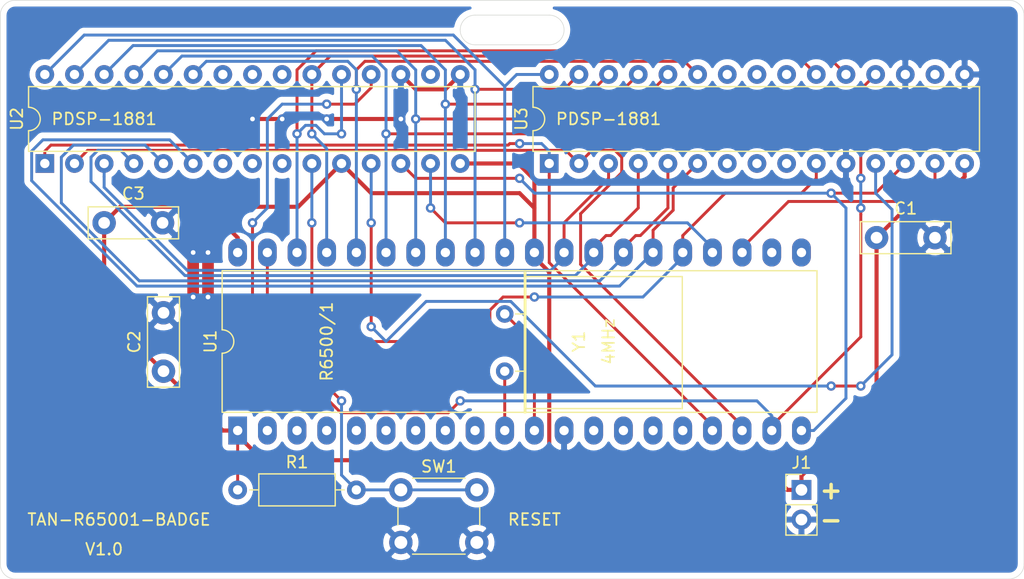
<source format=kicad_pcb>
(kicad_pcb (version 20171130) (host pcbnew 5.1.4)

  (general
    (thickness 1.6)
    (drawings 21)
    (tracks 327)
    (zones 0)
    (modules 10)
    (nets 42)
  )

  (page A4)
  (layers
    (0 F.Cu signal)
    (31 B.Cu signal)
    (32 B.Adhes user)
    (33 F.Adhes user)
    (34 B.Paste user)
    (35 F.Paste user)
    (36 B.SilkS user)
    (37 F.SilkS user)
    (38 B.Mask user)
    (39 F.Mask user)
    (40 Dwgs.User user)
    (41 Cmts.User user)
    (42 Eco1.User user)
    (43 Eco2.User user)
    (44 Edge.Cuts user)
    (45 Margin user)
    (46 B.CrtYd user)
    (47 F.CrtYd user)
    (48 B.Fab user)
    (49 F.Fab user)
  )

  (setup
    (last_trace_width 0.35)
    (user_trace_width 0.35)
    (user_trace_width 1)
    (trace_clearance 0.2)
    (zone_clearance 0.508)
    (zone_45_only no)
    (trace_min 0.2)
    (via_size 0.8)
    (via_drill 0.4)
    (via_min_size 0.4)
    (via_min_drill 0.3)
    (uvia_size 0.3)
    (uvia_drill 0.1)
    (uvias_allowed no)
    (uvia_min_size 0.2)
    (uvia_min_drill 0.1)
    (edge_width 0.05)
    (segment_width 0.2)
    (pcb_text_width 0.3)
    (pcb_text_size 1.5 1.5)
    (mod_edge_width 0.12)
    (mod_text_size 1 1)
    (mod_text_width 0.15)
    (pad_size 1.524 1.524)
    (pad_drill 0.762)
    (pad_to_mask_clearance 0.051)
    (solder_mask_min_width 0.25)
    (aux_axis_origin 0 0)
    (visible_elements FFFFFF7F)
    (pcbplotparams
      (layerselection 0x010f0_ffffffff)
      (usegerberextensions false)
      (usegerberattributes false)
      (usegerberadvancedattributes false)
      (creategerberjobfile false)
      (excludeedgelayer true)
      (linewidth 0.100000)
      (plotframeref false)
      (viasonmask false)
      (mode 1)
      (useauxorigin false)
      (hpglpennumber 1)
      (hpglpenspeed 20)
      (hpglpendiameter 15.000000)
      (psnegative false)
      (psa4output false)
      (plotreference true)
      (plotvalue true)
      (plotinvisibletext false)
      (padsonsilk false)
      (subtractmaskfromsilk false)
      (outputformat 1)
      (mirror false)
      (drillshape 0)
      (scaleselection 1)
      (outputdirectory "gerbers/"))
  )

  (net 0 "")
  (net 1 GND)
  (net 2 VCC)
  (net 3 "Net-(R1-Pad2)")
  (net 4 DWR)
  (net 5 DRD)
  (net 6 DD0)
  (net 7 D~FL)
  (net 8 DD1)
  (net 9 D~RST)
  (net 10 DD2)
  (net 11 "Net-(U1-Pad16)")
  (net 12 DD3)
  (net 13 "Net-(U1-Pad15)")
  (net 14 DD4)
  (net 15 "Net-(U1-Pad14)")
  (net 16 DD5)
  (net 17 "Net-(U1-Pad13)")
  (net 18 DD6)
  (net 19 DD7)
  (net 20 "Net-(U1-Pad11)")
  (net 21 "Net-(U1-Pad10)")
  (net 22 DA0)
  (net 23 "Net-(U1-Pad9)")
  (net 24 DA1)
  (net 25 "Net-(U1-Pad8)")
  (net 26 DA2)
  (net 27 "Net-(U1-Pad7)")
  (net 28 DA3)
  (net 29 "Net-(U1-Pad6)")
  (net 30 DA4)
  (net 31 "Net-(U1-Pad5)")
  (net 32 DCE1)
  (net 33 "Net-(U1-Pad4)")
  (net 34 DCE2)
  (net 35 "Net-(U1-Pad3)")
  (net 36 "Net-(U1-Pad22)")
  (net 37 "Net-(U1-Pad2)")
  (net 38 "Net-(U1-Pad21)")
  (net 39 "Net-(U2-Pad17)")
  (net 40 "Net-(U2-Pad12)")
  (net 41 "Net-(U3-Pad17)")

  (net_class Default "This is the default net class."
    (clearance 0.2)
    (trace_width 0.25)
    (via_dia 0.8)
    (via_drill 0.4)
    (uvia_dia 0.3)
    (uvia_drill 0.1)
    (add_net DA0)
    (add_net DA1)
    (add_net DA2)
    (add_net DA3)
    (add_net DA4)
    (add_net DCE1)
    (add_net DCE2)
    (add_net DD0)
    (add_net DD1)
    (add_net DD2)
    (add_net DD3)
    (add_net DD4)
    (add_net DD5)
    (add_net DD6)
    (add_net DD7)
    (add_net DRD)
    (add_net DWR)
    (add_net D~FL)
    (add_net D~RST)
    (add_net GND)
    (add_net "Net-(R1-Pad2)")
    (add_net "Net-(U1-Pad10)")
    (add_net "Net-(U1-Pad11)")
    (add_net "Net-(U1-Pad13)")
    (add_net "Net-(U1-Pad14)")
    (add_net "Net-(U1-Pad15)")
    (add_net "Net-(U1-Pad16)")
    (add_net "Net-(U1-Pad2)")
    (add_net "Net-(U1-Pad21)")
    (add_net "Net-(U1-Pad22)")
    (add_net "Net-(U1-Pad3)")
    (add_net "Net-(U1-Pad4)")
    (add_net "Net-(U1-Pad5)")
    (add_net "Net-(U1-Pad6)")
    (add_net "Net-(U1-Pad7)")
    (add_net "Net-(U1-Pad8)")
    (add_net "Net-(U1-Pad9)")
    (add_net "Net-(U2-Pad12)")
    (add_net "Net-(U2-Pad17)")
    (add_net "Net-(U3-Pad17)")
    (add_net VCC)
  )

  (module Crystal:Crystal_HC18-U_Horizontal (layer F.Cu) (tedit 5A1AD3B7) (tstamp 5D591227)
    (at 124.46 73.66 90)
    (descr "Crystal THT HC-18/U http://5hertz.com/pdfs/04404_D.pdf")
    (tags "THT crystal")
    (path /5D58F3EB)
    (fp_text reference Y1 (at 2.54 6.35 90) (layer F.SilkS)
      (effects (font (size 1 1) (thickness 0.15)))
    )
    (fp_text value 4MHz (at 9.275 3.3125) (layer F.Fab)
      (effects (font (size 1 1) (thickness 0.15)))
    )
    (fp_line (start 9 -1) (end -4.1 -1) (layer F.CrtYd) (width 0.05))
    (fp_line (start 9 16.3) (end 9 -1) (layer F.CrtYd) (width 0.05))
    (fp_line (start -4.1 16.3) (end 9 16.3) (layer F.CrtYd) (width 0.05))
    (fp_line (start -4.1 -1) (end -4.1 16.3) (layer F.CrtYd) (width 0.05))
    (fp_line (start 8.45 1.8) (end -3.55 1.8) (layer F.SilkS) (width 0.12))
    (fp_line (start 8.45 1.68) (end 8.45 1.8) (layer F.SilkS) (width 0.12))
    (fp_line (start -3.55 1.68) (end 8.45 1.68) (layer F.SilkS) (width 0.12))
    (fp_line (start -3.55 1.8) (end -3.55 1.68) (layer F.SilkS) (width 0.12))
    (fp_line (start 4.9 0.95) (end 4.9 0.95) (layer F.SilkS) (width 0.12))
    (fp_line (start 4.9 1.8) (end 4.9 0.95) (layer F.SilkS) (width 0.12))
    (fp_line (start 0 0.95) (end 0 0.95) (layer F.SilkS) (width 0.12))
    (fp_line (start 0 1.8) (end 0 0.95) (layer F.SilkS) (width 0.12))
    (fp_line (start 8.1 1.8) (end -3.2 1.8) (layer F.SilkS) (width 0.12))
    (fp_line (start 8.1 15.2) (end 8.1 1.8) (layer F.SilkS) (width 0.12))
    (fp_line (start -3.2 15.2) (end 8.1 15.2) (layer F.SilkS) (width 0.12))
    (fp_line (start -3.2 1.8) (end -3.2 15.2) (layer F.SilkS) (width 0.12))
    (fp_line (start 8.25 2) (end -3.35 2) (layer F.Fab) (width 0.1))
    (fp_line (start 8.25 1.9) (end 8.25 2) (layer F.Fab) (width 0.1))
    (fp_line (start -3.35 1.9) (end 8.25 1.9) (layer F.Fab) (width 0.1))
    (fp_line (start -3.35 2) (end -3.35 1.9) (layer F.Fab) (width 0.1))
    (fp_line (start 4.9 1) (end 4.9 0) (layer F.Fab) (width 0.1))
    (fp_line (start 4.9 2) (end 4.9 1) (layer F.Fab) (width 0.1))
    (fp_line (start 0 1) (end 0 0) (layer F.Fab) (width 0.1))
    (fp_line (start 0 2) (end 0 1) (layer F.Fab) (width 0.1))
    (fp_line (start 7.9 2) (end -3 2) (layer F.Fab) (width 0.1))
    (fp_line (start 7.9 15) (end 7.9 2) (layer F.Fab) (width 0.1))
    (fp_line (start -3 15) (end 7.9 15) (layer F.Fab) (width 0.1))
    (fp_line (start -3 2) (end -3 15) (layer F.Fab) (width 0.1))
    (fp_text user %R (at 2.25 5 90) (layer F.Fab)
      (effects (font (size 1 1) (thickness 0.15)))
    )
    (pad 2 thru_hole circle (at 4.9 0 90) (size 1.5 1.5) (drill 0.8) (layers *.Cu *.Mask)
      (net 20 "Net-(U1-Pad11)"))
    (pad 1 thru_hole circle (at 0 0 90) (size 1.5 1.5) (drill 0.8) (layers *.Cu *.Mask)
      (net 21 "Net-(U1-Pad10)"))
    (model ${KISYS3DMOD}/Crystal.3dshapes/Crystal_HC18-U_Horizontal.wrl
      (at (xyz 0 0 0))
      (scale (xyz 1 1 1))
      (rotate (xyz 0 0 0))
    )
  )

  (module tan_footprints:DIP-30_W7.62mm (layer F.Cu) (tedit 5D58AC64) (tstamp 5D591204)
    (at 128.27 55.88 90)
    (descr "32-lead dip package, row spacing 7.62 mm (300 mils)")
    (tags "DIL DIP PDIP 2.54mm 7.62mm 300mil")
    (path /5D5A2C83)
    (fp_text reference U3 (at 3.81 -2.39 90) (layer F.SilkS)
      (effects (font (size 1 1) (thickness 0.15)))
    )
    (fp_text value PDSP-1881 (at 3.81 39.37 90) (layer F.Fab)
      (effects (font (size 1 1) (thickness 0.15)))
    )
    (fp_text user %R (at 3.81 19.05 90) (layer F.Fab)
      (effects (font (size 1 1) (thickness 0.15)))
    )
    (fp_line (start 1.255 -1.27) (end 7.365 -1.27) (layer F.Fab) (width 0.1))
    (fp_line (start 7.365 -1.27) (end 7.350572 37.134791) (layer F.Fab) (width 0.1))
    (fp_line (start 7.350572 37.134791) (end 0.240572 37.134791) (layer F.Fab) (width 0.1))
    (fp_line (start 0.240572 37.134791) (end 0.255 -0.27) (layer F.Fab) (width 0.1))
    (fp_line (start 0.255 -0.27) (end 1.255 -1.27) (layer F.Fab) (width 0.1))
    (fp_line (start 2.81 -1.39) (end 1.04 -1.39) (layer F.SilkS) (width 0.12))
    (fp_line (start 1.04 -1.39) (end 1.04 36.83) (layer F.SilkS) (width 0.12))
    (fp_line (start 1.04 36.83) (end 6.58 36.83) (layer F.SilkS) (width 0.12))
    (fp_line (start 6.58 36.83) (end 6.58 -1.39) (layer F.SilkS) (width 0.12))
    (fp_line (start 6.58 -1.39) (end 4.81 -1.39) (layer F.SilkS) (width 0.12))
    (fp_line (start -1.1 -1.6) (end -1.1 38.1) (layer F.CrtYd) (width 0.05))
    (fp_line (start -1.1 38.1) (end 8.68 38.1) (layer F.CrtYd) (width 0.05))
    (fp_line (start 8.68 38.1) (end 8.68 -1.6) (layer F.CrtYd) (width 0.05))
    (fp_line (start 8.68 -1.6) (end -1.1 -1.6) (layer F.CrtYd) (width 0.05))
    (fp_arc (start 3.81 -1.39) (end 2.81 -1.39) (angle -180) (layer F.SilkS) (width 0.12))
    (pad 1 thru_hole rect (at 0 0 90) (size 1.6 1.6) (drill 0.8) (layers *.Cu *.Mask)
      (net 9 D~RST))
    (pad 2 thru_hole oval (at 0 2.54 90) (size 1.6 1.6) (drill 0.8) (layers *.Cu *.Mask)
      (net 7 D~FL))
    (pad 16 thru_hole oval (at 7.62 35.56 90) (size 1.6 1.6) (drill 0.8) (layers *.Cu *.Mask)
      (net 1 GND))
    (pad 3 thru_hole oval (at 0 5.08 90) (size 1.6 1.6) (drill 0.8) (layers *.Cu *.Mask)
      (net 22 DA0))
    (pad 17 thru_hole oval (at 7.62 33.02 90) (size 1.6 1.6) (drill 0.8) (layers *.Cu *.Mask)
      (net 41 "Net-(U3-Pad17)"))
    (pad 4 thru_hole oval (at 0 7.62 90) (size 1.6 1.6) (drill 0.8) (layers *.Cu *.Mask)
      (net 24 DA1))
    (pad 18 thru_hole oval (at 7.62 30.48 90) (size 1.6 1.6) (drill 0.8) (layers *.Cu *.Mask)
      (net 1 GND))
    (pad 5 thru_hole oval (at 0 10.16 90) (size 1.6 1.6) (drill 0.8) (layers *.Cu *.Mask)
      (net 26 DA2))
    (pad 19 thru_hole oval (at 7.62 27.94 90) (size 1.6 1.6) (drill 0.8) (layers *.Cu *.Mask)
      (net 5 DRD))
    (pad 6 thru_hole oval (at 0 12.7 90) (size 1.6 1.6) (drill 0.8) (layers *.Cu *.Mask)
      (net 28 DA3))
    (pad 20 thru_hole oval (at 7.62 25.4 90) (size 1.6 1.6) (drill 0.8) (layers *.Cu *.Mask)
      (net 6 DD0))
    (pad 7 thru_hole oval (at 0 15.24 90) (size 1.6 1.6) (drill 0.8) (layers *.Cu *.Mask))
    (pad 21 thru_hole oval (at 7.62 22.86 90) (size 1.6 1.6) (drill 0.8) (layers *.Cu *.Mask)
      (net 8 DD1))
    (pad 8 thru_hole oval (at 0 17.78 90) (size 1.6 1.6) (drill 0.8) (layers *.Cu *.Mask))
    (pad 22 thru_hole oval (at 7.62 20.32 90) (size 1.6 1.6) (drill 0.8) (layers *.Cu *.Mask))
    (pad 9 thru_hole oval (at 0 20.32 90) (size 1.6 1.6) (drill 0.8) (layers *.Cu *.Mask))
    (pad 23 thru_hole oval (at 7.62 17.78 90) (size 1.6 1.6) (drill 0.8) (layers *.Cu *.Mask))
    (pad 10 thru_hole oval (at 0 22.86 90) (size 1.6 1.6) (drill 0.8) (layers *.Cu *.Mask)
      (net 30 DA4))
    (pad 24 thru_hole oval (at 7.62 15.24 90) (size 1.6 1.6) (drill 0.8) (layers *.Cu *.Mask))
    (pad 11 thru_hole oval (at 0 25.4 90) (size 1.6 1.6) (drill 0.8) (layers *.Cu *.Mask)
      (net 1 GND))
    (pad 25 thru_hole oval (at 7.62 12.7 90) (size 1.6 1.6) (drill 0.8) (layers *.Cu *.Mask)
      (net 10 DD2))
    (pad 12 thru_hole oval (at 0 27.94 90) (size 1.6 1.6) (drill 0.8) (layers *.Cu *.Mask)
      (net 40 "Net-(U2-Pad12)"))
    (pad 26 thru_hole oval (at 7.62 10.16 90) (size 1.6 1.6) (drill 0.8) (layers *.Cu *.Mask)
      (net 12 DD3))
    (pad 13 thru_hole oval (at 0 30.48 90) (size 1.6 1.6) (drill 0.8) (layers *.Cu *.Mask)
      (net 4 DWR))
    (pad 27 thru_hole oval (at 7.62 7.62 90) (size 1.6 1.6) (drill 0.8) (layers *.Cu *.Mask)
      (net 14 DD4))
    (pad 14 thru_hole oval (at 0 33.02 90) (size 1.6 1.6) (drill 0.8) (layers *.Cu *.Mask)
      (net 34 DCE2))
    (pad 28 thru_hole oval (at 7.62 5.08 90) (size 1.6 1.6) (drill 0.8) (layers *.Cu *.Mask)
      (net 16 DD5))
    (pad 15 thru_hole oval (at 0 35.56 90) (size 1.6 1.6) (drill 0.8) (layers *.Cu *.Mask)
      (net 2 VCC))
    (pad 29 thru_hole oval (at 7.62 2.54 90) (size 1.6 1.6) (drill 0.8) (layers *.Cu *.Mask)
      (net 18 DD6))
    (pad 30 thru_hole oval (at 7.62 0 90) (size 1.6 1.6) (drill 0.8) (layers *.Cu *.Mask)
      (net 19 DD7))
    (model ${KISYS3DMOD}/Package_DIP.3dshapes/DIP-32_W7.62mm.wrl
      (at (xyz 0 0 0))
      (scale (xyz 1 1 1))
      (rotate (xyz 0 0 0))
    )
  )

  (module Package_DIP:DIP-40_W15.24mm_LongPads (layer F.Cu) (tedit 5A02E8C5) (tstamp 5D5911A0)
    (at 101.6 78.74 90)
    (descr "40-lead though-hole mounted DIP package, row spacing 15.24 mm (600 mils), LongPads")
    (tags "THT DIP DIL PDIP 2.54mm 15.24mm 600mil LongPads")
    (path /5D58C9E1)
    (fp_text reference U1 (at 7.62 -2.33 90) (layer F.SilkS)
      (effects (font (size 1 1) (thickness 0.15)))
    )
    (fp_text value R65001EAB (at 7.62 50.59 90) (layer F.Fab)
      (effects (font (size 1 1) (thickness 0.15)))
    )
    (fp_text user %R (at 7.62 24.13 90) (layer F.Fab)
      (effects (font (size 1 1) (thickness 0.15)))
    )
    (fp_line (start 16.7 -1.55) (end -1.5 -1.55) (layer F.CrtYd) (width 0.05))
    (fp_line (start 16.7 49.8) (end 16.7 -1.55) (layer F.CrtYd) (width 0.05))
    (fp_line (start -1.5 49.8) (end 16.7 49.8) (layer F.CrtYd) (width 0.05))
    (fp_line (start -1.5 -1.55) (end -1.5 49.8) (layer F.CrtYd) (width 0.05))
    (fp_line (start 13.68 -1.33) (end 8.62 -1.33) (layer F.SilkS) (width 0.12))
    (fp_line (start 13.68 49.59) (end 13.68 -1.33) (layer F.SilkS) (width 0.12))
    (fp_line (start 1.56 49.59) (end 13.68 49.59) (layer F.SilkS) (width 0.12))
    (fp_line (start 1.56 -1.33) (end 1.56 49.59) (layer F.SilkS) (width 0.12))
    (fp_line (start 6.62 -1.33) (end 1.56 -1.33) (layer F.SilkS) (width 0.12))
    (fp_line (start 0.255 -0.27) (end 1.255 -1.27) (layer F.Fab) (width 0.1))
    (fp_line (start 0.255 49.53) (end 0.255 -0.27) (layer F.Fab) (width 0.1))
    (fp_line (start 14.985 49.53) (end 0.255 49.53) (layer F.Fab) (width 0.1))
    (fp_line (start 14.985 -1.27) (end 14.985 49.53) (layer F.Fab) (width 0.1))
    (fp_line (start 1.255 -1.27) (end 14.985 -1.27) (layer F.Fab) (width 0.1))
    (fp_arc (start 7.62 -1.33) (end 6.62 -1.33) (angle -180) (layer F.SilkS) (width 0.12))
    (pad 40 thru_hole oval (at 15.24 0 90) (size 2.4 1.6) (drill 0.8) (layers *.Cu *.Mask)
      (net 2 VCC))
    (pad 20 thru_hole oval (at 0 48.26 90) (size 2.4 1.6) (drill 0.8) (layers *.Cu *.Mask)
      (net 4 DWR))
    (pad 39 thru_hole oval (at 15.24 2.54 90) (size 2.4 1.6) (drill 0.8) (layers *.Cu *.Mask)
      (net 3 "Net-(R1-Pad2)"))
    (pad 19 thru_hole oval (at 0 45.72 90) (size 2.4 1.6) (drill 0.8) (layers *.Cu *.Mask)
      (net 5 DRD))
    (pad 38 thru_hole oval (at 15.24 5.08 90) (size 2.4 1.6) (drill 0.8) (layers *.Cu *.Mask)
      (net 6 DD0))
    (pad 18 thru_hole oval (at 0 43.18 90) (size 2.4 1.6) (drill 0.8) (layers *.Cu *.Mask)
      (net 7 D~FL))
    (pad 37 thru_hole oval (at 15.24 7.62 90) (size 2.4 1.6) (drill 0.8) (layers *.Cu *.Mask)
      (net 8 DD1))
    (pad 17 thru_hole oval (at 0 40.64 90) (size 2.4 1.6) (drill 0.8) (layers *.Cu *.Mask)
      (net 9 D~RST))
    (pad 36 thru_hole oval (at 15.24 10.16 90) (size 2.4 1.6) (drill 0.8) (layers *.Cu *.Mask)
      (net 10 DD2))
    (pad 16 thru_hole oval (at 0 38.1 90) (size 2.4 1.6) (drill 0.8) (layers *.Cu *.Mask)
      (net 11 "Net-(U1-Pad16)"))
    (pad 35 thru_hole oval (at 15.24 12.7 90) (size 2.4 1.6) (drill 0.8) (layers *.Cu *.Mask)
      (net 12 DD3))
    (pad 15 thru_hole oval (at 0 35.56 90) (size 2.4 1.6) (drill 0.8) (layers *.Cu *.Mask)
      (net 13 "Net-(U1-Pad15)"))
    (pad 34 thru_hole oval (at 15.24 15.24 90) (size 2.4 1.6) (drill 0.8) (layers *.Cu *.Mask)
      (net 14 DD4))
    (pad 14 thru_hole oval (at 0 33.02 90) (size 2.4 1.6) (drill 0.8) (layers *.Cu *.Mask)
      (net 15 "Net-(U1-Pad14)"))
    (pad 33 thru_hole oval (at 15.24 17.78 90) (size 2.4 1.6) (drill 0.8) (layers *.Cu *.Mask)
      (net 16 DD5))
    (pad 13 thru_hole oval (at 0 30.48 90) (size 2.4 1.6) (drill 0.8) (layers *.Cu *.Mask)
      (net 17 "Net-(U1-Pad13)"))
    (pad 32 thru_hole oval (at 15.24 20.32 90) (size 2.4 1.6) (drill 0.8) (layers *.Cu *.Mask)
      (net 18 DD6))
    (pad 12 thru_hole oval (at 0 27.94 90) (size 2.4 1.6) (drill 0.8) (layers *.Cu *.Mask)
      (net 1 GND))
    (pad 31 thru_hole oval (at 15.24 22.86 90) (size 2.4 1.6) (drill 0.8) (layers *.Cu *.Mask)
      (net 19 DD7))
    (pad 11 thru_hole oval (at 0 25.4 90) (size 2.4 1.6) (drill 0.8) (layers *.Cu *.Mask)
      (net 20 "Net-(U1-Pad11)"))
    (pad 30 thru_hole oval (at 15.24 25.4 90) (size 2.4 1.6) (drill 0.8) (layers *.Cu *.Mask)
      (net 2 VCC))
    (pad 10 thru_hole oval (at 0 22.86 90) (size 2.4 1.6) (drill 0.8) (layers *.Cu *.Mask)
      (net 21 "Net-(U1-Pad10)"))
    (pad 29 thru_hole oval (at 15.24 27.94 90) (size 2.4 1.6) (drill 0.8) (layers *.Cu *.Mask)
      (net 22 DA0))
    (pad 9 thru_hole oval (at 0 20.32 90) (size 2.4 1.6) (drill 0.8) (layers *.Cu *.Mask)
      (net 23 "Net-(U1-Pad9)"))
    (pad 28 thru_hole oval (at 15.24 30.48 90) (size 2.4 1.6) (drill 0.8) (layers *.Cu *.Mask)
      (net 24 DA1))
    (pad 8 thru_hole oval (at 0 17.78 90) (size 2.4 1.6) (drill 0.8) (layers *.Cu *.Mask)
      (net 25 "Net-(U1-Pad8)"))
    (pad 27 thru_hole oval (at 15.24 33.02 90) (size 2.4 1.6) (drill 0.8) (layers *.Cu *.Mask)
      (net 26 DA2))
    (pad 7 thru_hole oval (at 0 15.24 90) (size 2.4 1.6) (drill 0.8) (layers *.Cu *.Mask)
      (net 27 "Net-(U1-Pad7)"))
    (pad 26 thru_hole oval (at 15.24 35.56 90) (size 2.4 1.6) (drill 0.8) (layers *.Cu *.Mask)
      (net 28 DA3))
    (pad 6 thru_hole oval (at 0 12.7 90) (size 2.4 1.6) (drill 0.8) (layers *.Cu *.Mask)
      (net 29 "Net-(U1-Pad6)"))
    (pad 25 thru_hole oval (at 15.24 38.1 90) (size 2.4 1.6) (drill 0.8) (layers *.Cu *.Mask)
      (net 30 DA4))
    (pad 5 thru_hole oval (at 0 10.16 90) (size 2.4 1.6) (drill 0.8) (layers *.Cu *.Mask)
      (net 31 "Net-(U1-Pad5)"))
    (pad 24 thru_hole oval (at 15.24 40.64 90) (size 2.4 1.6) (drill 0.8) (layers *.Cu *.Mask)
      (net 32 DCE1))
    (pad 4 thru_hole oval (at 0 7.62 90) (size 2.4 1.6) (drill 0.8) (layers *.Cu *.Mask)
      (net 33 "Net-(U1-Pad4)"))
    (pad 23 thru_hole oval (at 15.24 43.18 90) (size 2.4 1.6) (drill 0.8) (layers *.Cu *.Mask)
      (net 34 DCE2))
    (pad 3 thru_hole oval (at 0 5.08 90) (size 2.4 1.6) (drill 0.8) (layers *.Cu *.Mask)
      (net 35 "Net-(U1-Pad3)"))
    (pad 22 thru_hole oval (at 15.24 45.72 90) (size 2.4 1.6) (drill 0.8) (layers *.Cu *.Mask)
      (net 36 "Net-(U1-Pad22)"))
    (pad 2 thru_hole oval (at 0 2.54 90) (size 2.4 1.6) (drill 0.8) (layers *.Cu *.Mask)
      (net 37 "Net-(U1-Pad2)"))
    (pad 21 thru_hole oval (at 15.24 48.26 90) (size 2.4 1.6) (drill 0.8) (layers *.Cu *.Mask)
      (net 38 "Net-(U1-Pad21)"))
    (pad 1 thru_hole rect (at 0 0 90) (size 2.4 1.6) (drill 0.8) (layers *.Cu *.Mask)
      (net 2 VCC))
    (model ${KISYS3DMOD}/Package_DIP.3dshapes/DIP-40_W15.24mm.wrl
      (at (xyz 0 0 0))
      (scale (xyz 1 1 1))
      (rotate (xyz 0 0 0))
    )
  )

  (module tan_footprints:DIP-30_W7.62mm (layer F.Cu) (tedit 5D58AC64) (tstamp 5D59235C)
    (at 85.09 55.88 90)
    (descr "32-lead dip package, row spacing 7.62 mm (300 mils)")
    (tags "DIL DIP PDIP 2.54mm 7.62mm 300mil")
    (path /5D5A144E)
    (fp_text reference U2 (at 3.81 -2.39 90) (layer F.SilkS)
      (effects (font (size 1 1) (thickness 0.15)))
    )
    (fp_text value PDSP-1881 (at 3.81 39.37 90) (layer F.Fab)
      (effects (font (size 1 1) (thickness 0.15)))
    )
    (fp_text user %R (at 3.81 19.05 90) (layer F.Fab)
      (effects (font (size 1 1) (thickness 0.15)))
    )
    (fp_line (start 1.255 -1.27) (end 7.365 -1.27) (layer F.Fab) (width 0.1))
    (fp_line (start 7.365 -1.27) (end 7.350572 37.134791) (layer F.Fab) (width 0.1))
    (fp_line (start 7.350572 37.134791) (end 0.240572 37.134791) (layer F.Fab) (width 0.1))
    (fp_line (start 0.240572 37.134791) (end 0.255 -0.27) (layer F.Fab) (width 0.1))
    (fp_line (start 0.255 -0.27) (end 1.255 -1.27) (layer F.Fab) (width 0.1))
    (fp_line (start 2.81 -1.39) (end 1.04 -1.39) (layer F.SilkS) (width 0.12))
    (fp_line (start 1.04 -1.39) (end 1.04 36.83) (layer F.SilkS) (width 0.12))
    (fp_line (start 1.04 36.83) (end 6.58 36.83) (layer F.SilkS) (width 0.12))
    (fp_line (start 6.58 36.83) (end 6.58 -1.39) (layer F.SilkS) (width 0.12))
    (fp_line (start 6.58 -1.39) (end 4.81 -1.39) (layer F.SilkS) (width 0.12))
    (fp_line (start -1.1 -1.6) (end -1.1 38.1) (layer F.CrtYd) (width 0.05))
    (fp_line (start -1.1 38.1) (end 8.68 38.1) (layer F.CrtYd) (width 0.05))
    (fp_line (start 8.68 38.1) (end 8.68 -1.6) (layer F.CrtYd) (width 0.05))
    (fp_line (start 8.68 -1.6) (end -1.1 -1.6) (layer F.CrtYd) (width 0.05))
    (fp_arc (start 3.81 -1.39) (end 2.81 -1.39) (angle -180) (layer F.SilkS) (width 0.12))
    (pad 1 thru_hole rect (at 0 0 90) (size 1.6 1.6) (drill 0.8) (layers *.Cu *.Mask)
      (net 9 D~RST))
    (pad 2 thru_hole oval (at 0 2.54 90) (size 1.6 1.6) (drill 0.8) (layers *.Cu *.Mask)
      (net 7 D~FL))
    (pad 16 thru_hole oval (at 7.62 35.56 90) (size 1.6 1.6) (drill 0.8) (layers *.Cu *.Mask)
      (net 1 GND))
    (pad 3 thru_hole oval (at 0 5.08 90) (size 1.6 1.6) (drill 0.8) (layers *.Cu *.Mask)
      (net 22 DA0))
    (pad 17 thru_hole oval (at 7.62 33.02 90) (size 1.6 1.6) (drill 0.8) (layers *.Cu *.Mask)
      (net 39 "Net-(U2-Pad17)"))
    (pad 4 thru_hole oval (at 0 7.62 90) (size 1.6 1.6) (drill 0.8) (layers *.Cu *.Mask)
      (net 24 DA1))
    (pad 18 thru_hole oval (at 7.62 30.48 90) (size 1.6 1.6) (drill 0.8) (layers *.Cu *.Mask)
      (net 1 GND))
    (pad 5 thru_hole oval (at 0 10.16 90) (size 1.6 1.6) (drill 0.8) (layers *.Cu *.Mask)
      (net 26 DA2))
    (pad 19 thru_hole oval (at 7.62 27.94 90) (size 1.6 1.6) (drill 0.8) (layers *.Cu *.Mask)
      (net 5 DRD))
    (pad 6 thru_hole oval (at 0 12.7 90) (size 1.6 1.6) (drill 0.8) (layers *.Cu *.Mask)
      (net 28 DA3))
    (pad 20 thru_hole oval (at 7.62 25.4 90) (size 1.6 1.6) (drill 0.8) (layers *.Cu *.Mask)
      (net 6 DD0))
    (pad 7 thru_hole oval (at 0 15.24 90) (size 1.6 1.6) (drill 0.8) (layers *.Cu *.Mask))
    (pad 21 thru_hole oval (at 7.62 22.86 90) (size 1.6 1.6) (drill 0.8) (layers *.Cu *.Mask)
      (net 8 DD1))
    (pad 8 thru_hole oval (at 0 17.78 90) (size 1.6 1.6) (drill 0.8) (layers *.Cu *.Mask))
    (pad 22 thru_hole oval (at 7.62 20.32 90) (size 1.6 1.6) (drill 0.8) (layers *.Cu *.Mask))
    (pad 9 thru_hole oval (at 0 20.32 90) (size 1.6 1.6) (drill 0.8) (layers *.Cu *.Mask))
    (pad 23 thru_hole oval (at 7.62 17.78 90) (size 1.6 1.6) (drill 0.8) (layers *.Cu *.Mask))
    (pad 10 thru_hole oval (at 0 22.86 90) (size 1.6 1.6) (drill 0.8) (layers *.Cu *.Mask)
      (net 30 DA4))
    (pad 24 thru_hole oval (at 7.62 15.24 90) (size 1.6 1.6) (drill 0.8) (layers *.Cu *.Mask))
    (pad 11 thru_hole oval (at 0 25.4 90) (size 1.6 1.6) (drill 0.8) (layers *.Cu *.Mask)
      (net 2 VCC))
    (pad 25 thru_hole oval (at 7.62 12.7 90) (size 1.6 1.6) (drill 0.8) (layers *.Cu *.Mask)
      (net 10 DD2))
    (pad 12 thru_hole oval (at 0 27.94 90) (size 1.6 1.6) (drill 0.8) (layers *.Cu *.Mask)
      (net 40 "Net-(U2-Pad12)"))
    (pad 26 thru_hole oval (at 7.62 10.16 90) (size 1.6 1.6) (drill 0.8) (layers *.Cu *.Mask)
      (net 12 DD3))
    (pad 13 thru_hole oval (at 0 30.48 90) (size 1.6 1.6) (drill 0.8) (layers *.Cu *.Mask)
      (net 4 DWR))
    (pad 27 thru_hole oval (at 7.62 7.62 90) (size 1.6 1.6) (drill 0.8) (layers *.Cu *.Mask)
      (net 14 DD4))
    (pad 14 thru_hole oval (at 0 33.02 90) (size 1.6 1.6) (drill 0.8) (layers *.Cu *.Mask)
      (net 32 DCE1))
    (pad 28 thru_hole oval (at 7.62 5.08 90) (size 1.6 1.6) (drill 0.8) (layers *.Cu *.Mask)
      (net 16 DD5))
    (pad 15 thru_hole oval (at 0 35.56 90) (size 1.6 1.6) (drill 0.8) (layers *.Cu *.Mask)
      (net 2 VCC))
    (pad 29 thru_hole oval (at 7.62 2.54 90) (size 1.6 1.6) (drill 0.8) (layers *.Cu *.Mask)
      (net 18 DD6))
    (pad 30 thru_hole oval (at 7.62 0 90) (size 1.6 1.6) (drill 0.8) (layers *.Cu *.Mask)
      (net 19 DD7))
    (model ${KISYS3DMOD}/Package_DIP.3dshapes/DIP-32_W7.62mm.wrl
      (at (xyz 0 0 0))
      (scale (xyz 1 1 1))
      (rotate (xyz 0 0 0))
    )
  )

  (module Button_Switch_THT:SW_PUSH_6mm (layer F.Cu) (tedit 5A02FE31) (tstamp 5D591164)
    (at 115.57 83.82)
    (descr https://www.omron.com/ecb/products/pdf/en-b3f.pdf)
    (tags "tact sw push 6mm")
    (path /5D59143C)
    (fp_text reference SW1 (at 3.25 -2) (layer F.SilkS)
      (effects (font (size 1 1) (thickness 0.15)))
    )
    (fp_text value RESET (at 3.75 6.7) (layer F.Fab)
      (effects (font (size 1 1) (thickness 0.15)))
    )
    (fp_circle (center 3.25 2.25) (end 1.25 2.5) (layer F.Fab) (width 0.1))
    (fp_line (start 6.75 3) (end 6.75 1.5) (layer F.SilkS) (width 0.12))
    (fp_line (start 5.5 -1) (end 1 -1) (layer F.SilkS) (width 0.12))
    (fp_line (start -0.25 1.5) (end -0.25 3) (layer F.SilkS) (width 0.12))
    (fp_line (start 1 5.5) (end 5.5 5.5) (layer F.SilkS) (width 0.12))
    (fp_line (start 8 -1.25) (end 8 5.75) (layer F.CrtYd) (width 0.05))
    (fp_line (start 7.75 6) (end -1.25 6) (layer F.CrtYd) (width 0.05))
    (fp_line (start -1.5 5.75) (end -1.5 -1.25) (layer F.CrtYd) (width 0.05))
    (fp_line (start -1.25 -1.5) (end 7.75 -1.5) (layer F.CrtYd) (width 0.05))
    (fp_line (start -1.5 6) (end -1.25 6) (layer F.CrtYd) (width 0.05))
    (fp_line (start -1.5 5.75) (end -1.5 6) (layer F.CrtYd) (width 0.05))
    (fp_line (start -1.5 -1.5) (end -1.25 -1.5) (layer F.CrtYd) (width 0.05))
    (fp_line (start -1.5 -1.25) (end -1.5 -1.5) (layer F.CrtYd) (width 0.05))
    (fp_line (start 8 -1.5) (end 8 -1.25) (layer F.CrtYd) (width 0.05))
    (fp_line (start 7.75 -1.5) (end 8 -1.5) (layer F.CrtYd) (width 0.05))
    (fp_line (start 8 6) (end 8 5.75) (layer F.CrtYd) (width 0.05))
    (fp_line (start 7.75 6) (end 8 6) (layer F.CrtYd) (width 0.05))
    (fp_line (start 0.25 -0.75) (end 3.25 -0.75) (layer F.Fab) (width 0.1))
    (fp_line (start 0.25 5.25) (end 0.25 -0.75) (layer F.Fab) (width 0.1))
    (fp_line (start 6.25 5.25) (end 0.25 5.25) (layer F.Fab) (width 0.1))
    (fp_line (start 6.25 -0.75) (end 6.25 5.25) (layer F.Fab) (width 0.1))
    (fp_line (start 3.25 -0.75) (end 6.25 -0.75) (layer F.Fab) (width 0.1))
    (fp_text user %R (at 3.25 2.25) (layer F.Fab)
      (effects (font (size 1 1) (thickness 0.15)))
    )
    (pad 1 thru_hole circle (at 6.5 0 90) (size 2 2) (drill 1.1) (layers *.Cu *.Mask)
      (net 3 "Net-(R1-Pad2)"))
    (pad 2 thru_hole circle (at 6.5 4.5 90) (size 2 2) (drill 1.1) (layers *.Cu *.Mask)
      (net 1 GND))
    (pad 1 thru_hole circle (at 0 0 90) (size 2 2) (drill 1.1) (layers *.Cu *.Mask)
      (net 3 "Net-(R1-Pad2)"))
    (pad 2 thru_hole circle (at 0 4.5 90) (size 2 2) (drill 1.1) (layers *.Cu *.Mask)
      (net 1 GND))
    (model ${KISYS3DMOD}/Button_Switch_THT.3dshapes/SW_PUSH_6mm.wrl
      (at (xyz 0 0 0))
      (scale (xyz 1 1 1))
      (rotate (xyz 0 0 0))
    )
  )

  (module Resistor_THT:R_Axial_DIN0207_L6.3mm_D2.5mm_P10.16mm_Horizontal (layer F.Cu) (tedit 5AE5139B) (tstamp 5D591145)
    (at 101.6 83.82)
    (descr "Resistor, Axial_DIN0207 series, Axial, Horizontal, pin pitch=10.16mm, 0.25W = 1/4W, length*diameter=6.3*2.5mm^2, http://cdn-reichelt.de/documents/datenblatt/B400/1_4W%23YAG.pdf")
    (tags "Resistor Axial_DIN0207 series Axial Horizontal pin pitch 10.16mm 0.25W = 1/4W length 6.3mm diameter 2.5mm")
    (path /5D594BDF)
    (fp_text reference R1 (at 5.08 -2.37) (layer F.SilkS)
      (effects (font (size 1 1) (thickness 0.15)))
    )
    (fp_text value 2.2K (at 5.08 2.37) (layer F.Fab)
      (effects (font (size 1 1) (thickness 0.15)))
    )
    (fp_text user %R (at 5.08 0) (layer F.Fab)
      (effects (font (size 1 1) (thickness 0.15)))
    )
    (fp_line (start 11.21 -1.5) (end -1.05 -1.5) (layer F.CrtYd) (width 0.05))
    (fp_line (start 11.21 1.5) (end 11.21 -1.5) (layer F.CrtYd) (width 0.05))
    (fp_line (start -1.05 1.5) (end 11.21 1.5) (layer F.CrtYd) (width 0.05))
    (fp_line (start -1.05 -1.5) (end -1.05 1.5) (layer F.CrtYd) (width 0.05))
    (fp_line (start 9.12 0) (end 8.35 0) (layer F.SilkS) (width 0.12))
    (fp_line (start 1.04 0) (end 1.81 0) (layer F.SilkS) (width 0.12))
    (fp_line (start 8.35 -1.37) (end 1.81 -1.37) (layer F.SilkS) (width 0.12))
    (fp_line (start 8.35 1.37) (end 8.35 -1.37) (layer F.SilkS) (width 0.12))
    (fp_line (start 1.81 1.37) (end 8.35 1.37) (layer F.SilkS) (width 0.12))
    (fp_line (start 1.81 -1.37) (end 1.81 1.37) (layer F.SilkS) (width 0.12))
    (fp_line (start 10.16 0) (end 8.23 0) (layer F.Fab) (width 0.1))
    (fp_line (start 0 0) (end 1.93 0) (layer F.Fab) (width 0.1))
    (fp_line (start 8.23 -1.25) (end 1.93 -1.25) (layer F.Fab) (width 0.1))
    (fp_line (start 8.23 1.25) (end 8.23 -1.25) (layer F.Fab) (width 0.1))
    (fp_line (start 1.93 1.25) (end 8.23 1.25) (layer F.Fab) (width 0.1))
    (fp_line (start 1.93 -1.25) (end 1.93 1.25) (layer F.Fab) (width 0.1))
    (pad 2 thru_hole oval (at 10.16 0) (size 1.6 1.6) (drill 0.8) (layers *.Cu *.Mask)
      (net 3 "Net-(R1-Pad2)"))
    (pad 1 thru_hole circle (at 0 0) (size 1.6 1.6) (drill 0.8) (layers *.Cu *.Mask)
      (net 2 VCC))
    (model ${KISYS3DMOD}/Resistor_THT.3dshapes/R_Axial_DIN0207_L6.3mm_D2.5mm_P10.16mm_Horizontal.wrl
      (at (xyz 0 0 0))
      (scale (xyz 1 1 1))
      (rotate (xyz 0 0 0))
    )
  )

  (module Connector_PinHeader_2.54mm:PinHeader_1x02_P2.54mm_Vertical (layer F.Cu) (tedit 59FED5CC) (tstamp 5D59112E)
    (at 149.86 83.82)
    (descr "Through hole straight pin header, 1x02, 2.54mm pitch, single row")
    (tags "Through hole pin header THT 1x02 2.54mm single row")
    (path /5D5E98EC)
    (fp_text reference J1 (at 0 -2.33) (layer F.SilkS)
      (effects (font (size 1 1) (thickness 0.15)))
    )
    (fp_text value Conn_01x02 (at 0 4.87) (layer F.Fab)
      (effects (font (size 1 1) (thickness 0.15)))
    )
    (fp_text user %R (at 0 1.27 90) (layer F.Fab)
      (effects (font (size 1 1) (thickness 0.15)))
    )
    (fp_line (start 1.8 -1.8) (end -1.8 -1.8) (layer F.CrtYd) (width 0.05))
    (fp_line (start 1.8 4.35) (end 1.8 -1.8) (layer F.CrtYd) (width 0.05))
    (fp_line (start -1.8 4.35) (end 1.8 4.35) (layer F.CrtYd) (width 0.05))
    (fp_line (start -1.8 -1.8) (end -1.8 4.35) (layer F.CrtYd) (width 0.05))
    (fp_line (start -1.33 -1.33) (end 0 -1.33) (layer F.SilkS) (width 0.12))
    (fp_line (start -1.33 0) (end -1.33 -1.33) (layer F.SilkS) (width 0.12))
    (fp_line (start -1.33 1.27) (end 1.33 1.27) (layer F.SilkS) (width 0.12))
    (fp_line (start 1.33 1.27) (end 1.33 3.87) (layer F.SilkS) (width 0.12))
    (fp_line (start -1.33 1.27) (end -1.33 3.87) (layer F.SilkS) (width 0.12))
    (fp_line (start -1.33 3.87) (end 1.33 3.87) (layer F.SilkS) (width 0.12))
    (fp_line (start -1.27 -0.635) (end -0.635 -1.27) (layer F.Fab) (width 0.1))
    (fp_line (start -1.27 3.81) (end -1.27 -0.635) (layer F.Fab) (width 0.1))
    (fp_line (start 1.27 3.81) (end -1.27 3.81) (layer F.Fab) (width 0.1))
    (fp_line (start 1.27 -1.27) (end 1.27 3.81) (layer F.Fab) (width 0.1))
    (fp_line (start -0.635 -1.27) (end 1.27 -1.27) (layer F.Fab) (width 0.1))
    (pad 2 thru_hole oval (at 0 2.54) (size 1.7 1.7) (drill 1) (layers *.Cu *.Mask)
      (net 1 GND))
    (pad 1 thru_hole rect (at 0 0) (size 1.7 1.7) (drill 1) (layers *.Cu *.Mask)
      (net 2 VCC))
    (model ${KISYS3DMOD}/Connector_PinHeader_2.54mm.3dshapes/PinHeader_1x02_P2.54mm_Vertical.wrl
      (at (xyz 0 0 0))
      (scale (xyz 1 1 1))
      (rotate (xyz 0 0 0))
    )
  )

  (module Capacitor_THT:C_Disc_D7.5mm_W2.5mm_P5.00mm (layer F.Cu) (tedit 5AE50EF0) (tstamp 5D591118)
    (at 90.17 60.96)
    (descr "C, Disc series, Radial, pin pitch=5.00mm, , diameter*width=7.5*2.5mm^2, Capacitor, http://www.vishay.com/docs/28535/vy2series.pdf")
    (tags "C Disc series Radial pin pitch 5.00mm  diameter 7.5mm width 2.5mm Capacitor")
    (path /5D5F2E99)
    (fp_text reference C3 (at 2.5 -2.5) (layer F.SilkS)
      (effects (font (size 1 1) (thickness 0.15)))
    )
    (fp_text value C (at 2.5 2.5) (layer F.Fab)
      (effects (font (size 1 1) (thickness 0.15)))
    )
    (fp_text user %R (at 2.5 0) (layer F.Fab)
      (effects (font (size 1 1) (thickness 0.15)))
    )
    (fp_line (start 6.5 -1.5) (end -1.5 -1.5) (layer F.CrtYd) (width 0.05))
    (fp_line (start 6.5 1.5) (end 6.5 -1.5) (layer F.CrtYd) (width 0.05))
    (fp_line (start -1.5 1.5) (end 6.5 1.5) (layer F.CrtYd) (width 0.05))
    (fp_line (start -1.5 -1.5) (end -1.5 1.5) (layer F.CrtYd) (width 0.05))
    (fp_line (start 6.37 -1.37) (end 6.37 1.37) (layer F.SilkS) (width 0.12))
    (fp_line (start -1.37 -1.37) (end -1.37 1.37) (layer F.SilkS) (width 0.12))
    (fp_line (start -1.37 1.37) (end 6.37 1.37) (layer F.SilkS) (width 0.12))
    (fp_line (start -1.37 -1.37) (end 6.37 -1.37) (layer F.SilkS) (width 0.12))
    (fp_line (start 6.25 -1.25) (end -1.25 -1.25) (layer F.Fab) (width 0.1))
    (fp_line (start 6.25 1.25) (end 6.25 -1.25) (layer F.Fab) (width 0.1))
    (fp_line (start -1.25 1.25) (end 6.25 1.25) (layer F.Fab) (width 0.1))
    (fp_line (start -1.25 -1.25) (end -1.25 1.25) (layer F.Fab) (width 0.1))
    (pad 2 thru_hole circle (at 5 0) (size 2 2) (drill 1) (layers *.Cu *.Mask)
      (net 1 GND))
    (pad 1 thru_hole circle (at 0 0) (size 2 2) (drill 1) (layers *.Cu *.Mask)
      (net 2 VCC))
    (model ${KISYS3DMOD}/Capacitor_THT.3dshapes/C_Disc_D7.5mm_W2.5mm_P5.00mm.wrl
      (at (xyz 0 0 0))
      (scale (xyz 1 1 1))
      (rotate (xyz 0 0 0))
    )
  )

  (module Capacitor_THT:C_Disc_D7.5mm_W2.5mm_P5.00mm (layer F.Cu) (tedit 5AE50EF0) (tstamp 5D591105)
    (at 95.25 73.66 90)
    (descr "C, Disc series, Radial, pin pitch=5.00mm, , diameter*width=7.5*2.5mm^2, Capacitor, http://www.vishay.com/docs/28535/vy2series.pdf")
    (tags "C Disc series Radial pin pitch 5.00mm  diameter 7.5mm width 2.5mm Capacitor")
    (path /5D5F298D)
    (fp_text reference C2 (at 2.5 -2.5 90) (layer F.SilkS)
      (effects (font (size 1 1) (thickness 0.15)))
    )
    (fp_text value C (at 2.5 2.5 90) (layer F.Fab)
      (effects (font (size 1 1) (thickness 0.15)))
    )
    (fp_text user %R (at 2.5 0 90) (layer F.Fab)
      (effects (font (size 1 1) (thickness 0.15)))
    )
    (fp_line (start 6.5 -1.5) (end -1.5 -1.5) (layer F.CrtYd) (width 0.05))
    (fp_line (start 6.5 1.5) (end 6.5 -1.5) (layer F.CrtYd) (width 0.05))
    (fp_line (start -1.5 1.5) (end 6.5 1.5) (layer F.CrtYd) (width 0.05))
    (fp_line (start -1.5 -1.5) (end -1.5 1.5) (layer F.CrtYd) (width 0.05))
    (fp_line (start 6.37 -1.37) (end 6.37 1.37) (layer F.SilkS) (width 0.12))
    (fp_line (start -1.37 -1.37) (end -1.37 1.37) (layer F.SilkS) (width 0.12))
    (fp_line (start -1.37 1.37) (end 6.37 1.37) (layer F.SilkS) (width 0.12))
    (fp_line (start -1.37 -1.37) (end 6.37 -1.37) (layer F.SilkS) (width 0.12))
    (fp_line (start 6.25 -1.25) (end -1.25 -1.25) (layer F.Fab) (width 0.1))
    (fp_line (start 6.25 1.25) (end 6.25 -1.25) (layer F.Fab) (width 0.1))
    (fp_line (start -1.25 1.25) (end 6.25 1.25) (layer F.Fab) (width 0.1))
    (fp_line (start -1.25 -1.25) (end -1.25 1.25) (layer F.Fab) (width 0.1))
    (pad 2 thru_hole circle (at 5 0 90) (size 2 2) (drill 1) (layers *.Cu *.Mask)
      (net 1 GND))
    (pad 1 thru_hole circle (at 0 0 90) (size 2 2) (drill 1) (layers *.Cu *.Mask)
      (net 2 VCC))
    (model ${KISYS3DMOD}/Capacitor_THT.3dshapes/C_Disc_D7.5mm_W2.5mm_P5.00mm.wrl
      (at (xyz 0 0 0))
      (scale (xyz 1 1 1))
      (rotate (xyz 0 0 0))
    )
  )

  (module Capacitor_THT:C_Disc_D7.5mm_W2.5mm_P5.00mm (layer F.Cu) (tedit 5AE50EF0) (tstamp 5D5910F2)
    (at 156.29 62.23)
    (descr "C, Disc series, Radial, pin pitch=5.00mm, , diameter*width=7.5*2.5mm^2, Capacitor, http://www.vishay.com/docs/28535/vy2series.pdf")
    (tags "C Disc series Radial pin pitch 5.00mm  diameter 7.5mm width 2.5mm Capacitor")
    (path /5D5F1DFF)
    (fp_text reference C1 (at 2.5 -2.5) (layer F.SilkS)
      (effects (font (size 1 1) (thickness 0.15)))
    )
    (fp_text value C (at 2.5 2.5) (layer F.Fab)
      (effects (font (size 1 1) (thickness 0.15)))
    )
    (fp_text user %R (at 2.5 0) (layer F.Fab)
      (effects (font (size 1 1) (thickness 0.15)))
    )
    (fp_line (start 6.5 -1.5) (end -1.5 -1.5) (layer F.CrtYd) (width 0.05))
    (fp_line (start 6.5 1.5) (end 6.5 -1.5) (layer F.CrtYd) (width 0.05))
    (fp_line (start -1.5 1.5) (end 6.5 1.5) (layer F.CrtYd) (width 0.05))
    (fp_line (start -1.5 -1.5) (end -1.5 1.5) (layer F.CrtYd) (width 0.05))
    (fp_line (start 6.37 -1.37) (end 6.37 1.37) (layer F.SilkS) (width 0.12))
    (fp_line (start -1.37 -1.37) (end -1.37 1.37) (layer F.SilkS) (width 0.12))
    (fp_line (start -1.37 1.37) (end 6.37 1.37) (layer F.SilkS) (width 0.12))
    (fp_line (start -1.37 -1.37) (end 6.37 -1.37) (layer F.SilkS) (width 0.12))
    (fp_line (start 6.25 -1.25) (end -1.25 -1.25) (layer F.Fab) (width 0.1))
    (fp_line (start 6.25 1.25) (end 6.25 -1.25) (layer F.Fab) (width 0.1))
    (fp_line (start -1.25 1.25) (end 6.25 1.25) (layer F.Fab) (width 0.1))
    (fp_line (start -1.25 -1.25) (end -1.25 1.25) (layer F.Fab) (width 0.1))
    (pad 2 thru_hole circle (at 5 0) (size 2 2) (drill 1) (layers *.Cu *.Mask)
      (net 1 GND))
    (pad 1 thru_hole circle (at 0 0) (size 2 2) (drill 1) (layers *.Cu *.Mask)
      (net 2 VCC))
    (model ${KISYS3DMOD}/Capacitor_THT.3dshapes/C_Disc_D7.5mm_W2.5mm_P5.00mm.wrl
      (at (xyz 0 0 0))
      (scale (xyz 1 1 1))
      (rotate (xyz 0 0 0))
    )
  )

  (gr_text RESET (at 127 86.36) (layer F.SilkS)
    (effects (font (size 1 1) (thickness 0.15)))
  )
  (gr_text PDSP-1881 (at 133.35 52.07) (layer F.SilkS)
    (effects (font (size 1 1) (thickness 0.15)))
  )
  (gr_text PDSP-1881 (at 90.17 52.07) (layer F.SilkS)
    (effects (font (size 1 1) (thickness 0.15)))
  )
  (gr_text R6500/1 (at 109.22 71.12 90) (layer F.SilkS)
    (effects (font (size 1 1) (thickness 0.15)))
  )
  (gr_text 4MHz (at 133.35 71.12 90) (layer F.SilkS)
    (effects (font (size 1 1) (thickness 0.15)))
  )
  (gr_text - (at 152.4 86.36) (layer F.SilkS)
    (effects (font (size 1.5 1.5) (thickness 0.3)))
  )
  (gr_text + (at 152.4 83.82) (layer F.SilkS)
    (effects (font (size 1.5 1.5) (thickness 0.3)))
  )
  (gr_text V1.0 (at 90.17 88.9) (layer F.SilkS)
    (effects (font (size 1 1) (thickness 0.15)))
  )
  (gr_text TAN-R65001-BADGE (at 91.44 86.36) (layer F.SilkS)
    (effects (font (size 1 1) (thickness 0.15)))
  )
  (gr_arc (start 167.64 43.18) (end 168.91 43.18) (angle -90) (layer Edge.Cuts) (width 0.05))
  (gr_arc (start 167.64 90.17) (end 167.64 91.44) (angle -90) (layer Edge.Cuts) (width 0.05))
  (gr_arc (start 82.55 90.17) (end 81.28 90.17) (angle -90) (layer Edge.Cuts) (width 0.05))
  (gr_line (start 81.28 90.17) (end 81.28 43.18) (layer Edge.Cuts) (width 0.05))
  (gr_arc (start 82.55 43.18) (end 82.55 41.91) (angle -90) (layer Edge.Cuts) (width 0.05))
  (gr_line (start 128.27 45.72) (end 121.92 45.72) (layer Edge.Cuts) (width 0.05) (tstamp 5D591EED))
  (gr_line (start 121.92 43.18) (end 128.27 43.18) (layer Edge.Cuts) (width 0.05) (tstamp 5D591EEC))
  (gr_arc (start 128.27 44.45) (end 128.27 45.72) (angle -180) (layer Edge.Cuts) (width 0.05))
  (gr_arc (start 121.92 44.45) (end 121.92 43.18) (angle -180) (layer Edge.Cuts) (width 0.05))
  (gr_line (start 167.64 91.44) (end 82.55 91.44) (layer Edge.Cuts) (width 0.05) (tstamp 5D591D2B))
  (gr_line (start 168.91 43.18) (end 168.91 90.17) (layer Edge.Cuts) (width 0.05))
  (gr_line (start 82.55 41.91) (end 167.64 41.91) (layer Edge.Cuts) (width 0.05))

  (via (at 102.87 52.07) (size 0.8) (drill 0.4) (layers F.Cu B.Cu) (net 1))
  (segment (start 105.41 52.07) (end 105.41 52.07) (width 0.25) (layer F.Cu) (net 1) (tstamp 5D592AF9))
  (via (at 105.41 52.07) (size 0.8) (drill 0.4) (layers F.Cu B.Cu) (net 1))
  (segment (start 105.41 52.07) (end 109.22 52.07) (width 0.25) (layer B.Cu) (net 1))
  (segment (start 109.22 52.07) (end 109.22 52.07) (width 0.25) (layer B.Cu) (net 1) (tstamp 5D592B03))
  (via (at 109.22 52.07) (size 0.8) (drill 0.4) (layers F.Cu B.Cu) (net 1))
  (via (at 97.79 63.5) (size 0.8) (drill 0.4) (layers F.Cu B.Cu) (net 1))
  (via (at 97.79 67.31) (size 0.8) (drill 0.4) (layers F.Cu B.Cu) (net 1))
  (via (at 99.06 67.31) (size 0.8) (drill 0.4) (layers F.Cu B.Cu) (net 1))
  (via (at 99.06 63.5) (size 0.8) (drill 0.4) (layers F.Cu B.Cu) (net 1))
  (via (at 115.57 52.07) (size 0.8) (drill 0.4) (layers F.Cu B.Cu) (net 1))
  (segment (start 119.38 49.53) (end 119.850001 49.059999) (width 0.35) (layer F.Cu) (net 1))
  (segment (start 116.84 49.53) (end 119.38 49.53) (width 0.35) (layer F.Cu) (net 1))
  (segment (start 119.850001 49.059999) (end 120.65 48.26) (width 0.35) (layer F.Cu) (net 1))
  (segment (start 115.57 48.26) (end 116.84 49.53) (width 0.35) (layer F.Cu) (net 1))
  (segment (start 115.57 52.07) (end 109.22 52.07) (width 0.35) (layer F.Cu) (net 1))
  (segment (start 105.41 52.07) (end 102.87 52.07) (width 0.35) (layer F.Cu) (net 1))
  (segment (start 97.79 67.31) (end 97.79 63.5) (width 1) (layer F.Cu) (net 1))
  (segment (start 99.06 63.5) (end 99.06 67.31) (width 1) (layer F.Cu) (net 1))
  (via (at 107.95 53.34) (size 0.8) (drill 0.4) (layers F.Cu B.Cu) (net 8))
  (via (at 125.738258 54.176771) (size 0.8) (drill 0.4) (layers F.Cu B.Cu) (net 9))
  (via (at 152.4 58.42) (size 0.8) (drill 0.4) (layers F.Cu B.Cu) (net 4))
  (segment (start 101.6 78.74) (end 101.6 83.82) (width 0.25) (layer F.Cu) (net 2))
  (segment (start 156.29 63.644213) (end 156.29 62.23) (width 0.35) (layer F.Cu) (net 2))
  (segment (start 156.29 76.19) (end 156.29 63.644213) (width 0.35) (layer F.Cu) (net 2))
  (segment (start 149.86 82.62) (end 156.29 76.19) (width 0.35) (layer F.Cu) (net 2))
  (segment (start 149.86 83.82) (end 149.86 82.62) (width 0.35) (layer F.Cu) (net 2))
  (segment (start 148.66 83.82) (end 146.12 81.28) (width 0.35) (layer F.Cu) (net 2))
  (segment (start 149.86 83.82) (end 148.66 83.82) (width 0.35) (layer F.Cu) (net 2))
  (segment (start 103.74 81.28) (end 101.6 79.14) (width 0.35) (layer F.Cu) (net 2))
  (segment (start 101.6 79.14) (end 101.6 78.74) (width 0.35) (layer F.Cu) (net 2))
  (segment (start 127 63.9) (end 128.27 65.17) (width 0.35) (layer F.Cu) (net 2))
  (segment (start 127 63.5) (end 127 63.9) (width 0.35) (layer F.Cu) (net 2))
  (segment (start 128.27 80.01) (end 129.54 81.28) (width 0.35) (layer F.Cu) (net 2))
  (segment (start 128.27 65.17) (end 128.27 80.01) (width 0.35) (layer F.Cu) (net 2))
  (segment (start 146.12 81.28) (end 129.54 81.28) (width 0.35) (layer F.Cu) (net 2))
  (segment (start 129.54 81.28) (end 103.74 81.28) (width 0.35) (layer F.Cu) (net 2))
  (segment (start 100.33 78.74) (end 95.25 73.66) (width 0.35) (layer F.Cu) (net 2))
  (segment (start 101.6 78.74) (end 100.33 78.74) (width 0.35) (layer F.Cu) (net 2))
  (segment (start 90.17 68.58) (end 90.17 60.96) (width 0.35) (layer F.Cu) (net 2))
  (segment (start 95.25 73.66) (end 90.17 68.58) (width 0.35) (layer F.Cu) (net 2))
  (segment (start 101.6 63.5) (end 101.6 63.1) (width 0.25) (layer F.Cu) (net 2))
  (segment (start 91.545001 59.584999) (end 98.954999 59.584999) (width 0.35) (layer F.Cu) (net 2))
  (segment (start 90.17 60.96) (end 91.545001 59.584999) (width 0.35) (layer F.Cu) (net 2))
  (segment (start 98.954999 59.584999) (end 101.6 62.23) (width 0.35) (layer F.Cu) (net 2))
  (segment (start 101.6 62.23) (end 101.6 63.5) (width 0.35) (layer F.Cu) (net 2))
  (segment (start 106.785001 59.584999) (end 110.49 55.88) (width 0.35) (layer F.Cu) (net 2))
  (segment (start 98.954999 59.584999) (end 106.785001 59.584999) (width 0.35) (layer F.Cu) (net 2))
  (segment (start 113.03 58.42) (end 110.49 55.88) (width 0.35) (layer F.Cu) (net 2))
  (segment (start 127 63.5) (end 127 59.69) (width 0.35) (layer F.Cu) (net 2))
  (segment (start 125.73 58.42) (end 113.03 58.42) (width 0.35) (layer F.Cu) (net 2))
  (segment (start 127 59.69) (end 125.73 58.42) (width 0.35) (layer F.Cu) (net 2))
  (segment (start 121.78137 55.88) (end 120.65 55.88) (width 0.35) (layer F.Cu) (net 2))
  (segment (start 125.607002 55.88) (end 121.78137 55.88) (width 0.35) (layer F.Cu) (net 2))
  (segment (start 127 57.272998) (end 125.607002 55.88) (width 0.35) (layer F.Cu) (net 2))
  (segment (start 127 59.69) (end 127 57.272998) (width 0.35) (layer F.Cu) (net 2))
  (segment (start 156.29 62.23) (end 158.83 59.69) (width 0.35) (layer F.Cu) (net 2))
  (segment (start 161.15137 59.69) (end 163.83 57.01137) (width 0.35) (layer F.Cu) (net 2))
  (segment (start 163.83 57.01137) (end 163.83 55.88) (width 0.35) (layer F.Cu) (net 2))
  (segment (start 158.83 59.69) (end 161.15137 59.69) (width 0.35) (layer F.Cu) (net 2))
  (segment (start 111.76 83.82) (end 115.57 83.82) (width 0.25) (layer B.Cu) (net 3))
  (segment (start 115.57 83.82) (end 122.07 83.82) (width 0.25) (layer B.Cu) (net 3))
  (segment (start 104.14 63.5) (end 104.14 69.85) (width 0.25) (layer F.Cu) (net 3))
  (segment (start 104.14 69.85) (end 110.49 76.2) (width 0.25) (layer F.Cu) (net 3))
  (segment (start 110.49 76.2) (end 110.49 76.2) (width 0.25) (layer F.Cu) (net 3) (tstamp 5D592731))
  (via (at 110.49 76.2) (size 0.8) (drill 0.4) (layers F.Cu B.Cu) (net 3))
  (segment (start 110.49 82.55) (end 111.76 83.82) (width 0.25) (layer B.Cu) (net 3))
  (segment (start 110.49 76.2) (end 110.49 82.55) (width 0.25) (layer B.Cu) (net 3))
  (segment (start 158.75 55.88) (end 156.21 58.42) (width 0.25) (layer F.Cu) (net 4))
  (segment (start 150.91 78.74) (end 149.86 78.74) (width 0.25) (layer B.Cu) (net 4))
  (segment (start 153.67 75.98) (end 150.91 78.74) (width 0.25) (layer B.Cu) (net 4))
  (segment (start 125.73 57.15) (end 125.73 57.15) (width 0.25) (layer B.Cu) (net 4) (tstamp 5D59273F))
  (via (at 125.73 57.15) (size 0.8) (drill 0.4) (layers F.Cu B.Cu) (net 4))
  (segment (start 116.84 57.15) (end 115.57 55.88) (width 0.25) (layer F.Cu) (net 4))
  (segment (start 125.73 57.15) (end 116.84 57.15) (width 0.25) (layer F.Cu) (net 4))
  (segment (start 156.21 58.42) (end 152.4 58.42) (width 0.25) (layer F.Cu) (net 4))
  (segment (start 127 58.42) (end 125.73 57.15) (width 0.25) (layer B.Cu) (net 4))
  (segment (start 152.4 58.42) (end 127 58.42) (width 0.25) (layer B.Cu) (net 4))
  (segment (start 153.67 75.98) (end 153.67 59.69) (width 0.25) (layer B.Cu) (net 4))
  (segment (start 153.67 59.69) (end 152.4 58.42) (width 0.25) (layer B.Cu) (net 4))
  (segment (start 113.03 49.39137) (end 111.62137 50.8) (width 0.25) (layer F.Cu) (net 5))
  (segment (start 113.03 48.26) (end 113.03 49.39137) (width 0.25) (layer F.Cu) (net 5))
  (segment (start 111.62137 50.8) (end 109.22 50.8) (width 0.25) (layer F.Cu) (net 5))
  (segment (start 109.22 50.8) (end 109.22 50.8) (width 0.25) (layer F.Cu) (net 5) (tstamp 5D592898))
  (via (at 109.22 50.8) (size 0.8) (drill 0.4) (layers F.Cu B.Cu) (net 5))
  (segment (start 109.22 50.8) (end 105.41 50.8) (width 0.25) (layer B.Cu) (net 5))
  (segment (start 104.14 52.07) (end 104.14 59.69) (width 0.25) (layer B.Cu) (net 5))
  (segment (start 105.41 50.8) (end 104.14 52.07) (width 0.25) (layer B.Cu) (net 5))
  (segment (start 104.14 59.69) (end 102.87 60.96) (width 0.25) (layer B.Cu) (net 5))
  (segment (start 102.87 60.96) (end 102.87 60.96) (width 0.25) (layer B.Cu) (net 5) (tstamp 5D59289A))
  (via (at 102.87 60.96) (size 0.8) (drill 0.4) (layers F.Cu B.Cu) (net 5))
  (segment (start 110.431988 77.21499) (end 119.63501 77.21499) (width 0.25) (layer F.Cu) (net 5))
  (segment (start 102.87 60.96) (end 102.87 69.653002) (width 0.25) (layer F.Cu) (net 5))
  (segment (start 102.87 69.653002) (end 110.431988 77.21499) (width 0.25) (layer F.Cu) (net 5))
  (segment (start 119.63501 77.21499) (end 120.65 76.2) (width 0.25) (layer F.Cu) (net 5))
  (segment (start 120.65 76.2) (end 120.65 76.2) (width 0.25) (layer F.Cu) (net 5) (tstamp 5D59289C))
  (via (at 120.65 76.2) (size 0.8) (drill 0.4) (layers F.Cu B.Cu) (net 5))
  (segment (start 147.32 77.47) (end 147.32 78.74) (width 0.25) (layer B.Cu) (net 5))
  (segment (start 120.65 76.2) (end 146.05 76.2) (width 0.25) (layer B.Cu) (net 5))
  (segment (start 146.05 76.2) (end 147.32 77.47) (width 0.25) (layer B.Cu) (net 5))
  (via (at 154.94 59.69) (size 0.8) (drill 0.4) (layers F.Cu B.Cu) (net 5))
  (segment (start 154.94 70.72) (end 154.94 60.255685) (width 0.25) (layer F.Cu) (net 5))
  (segment (start 147.32 78.74) (end 147.32 78.34) (width 0.25) (layer F.Cu) (net 5))
  (segment (start 147.32 78.34) (end 154.94 70.72) (width 0.25) (layer F.Cu) (net 5))
  (segment (start 154.94 60.255685) (end 154.94 59.69) (width 0.25) (layer F.Cu) (net 5))
  (segment (start 154.94 59.69) (end 154.94 57.15) (width 0.25) (layer B.Cu) (net 5))
  (segment (start 154.94 57.15) (end 154.94 57.15) (width 0.25) (layer B.Cu) (net 5) (tstamp 5D592A2F))
  (via (at 154.94 57.15) (size 0.8) (drill 0.4) (layers F.Cu B.Cu) (net 5))
  (segment (start 154.94 49.53) (end 156.21 48.26) (width 0.25) (layer F.Cu) (net 5))
  (segment (start 154.94 57.15) (end 154.94 49.53) (width 0.25) (layer F.Cu) (net 5))
  (segment (start 106.68 63.5) (end 106.68 63.1) (width 0.25) (layer B.Cu) (net 6))
  (segment (start 106.68 63.5) (end 106.68 53.34) (width 0.25) (layer B.Cu) (net 6))
  (segment (start 106.68 53.34) (end 106.68 53.34) (width 0.25) (layer B.Cu) (net 6))
  (via (at 106.68 53.34) (size 0.8) (drill 0.4) (layers F.Cu B.Cu) (net 6))
  (segment (start 106.68 52.774315) (end 106.68 53.34) (width 0.25) (layer F.Cu) (net 6))
  (segment (start 106.68 47.864998) (end 106.68 52.774315) (width 0.25) (layer F.Cu) (net 6))
  (segment (start 108.310018 46.23498) (end 106.68 47.864998) (width 0.25) (layer F.Cu) (net 6))
  (segment (start 151.64498 46.23498) (end 108.310018 46.23498) (width 0.25) (layer F.Cu) (net 6))
  (segment (start 153.67 48.26) (end 151.64498 46.23498) (width 0.25) (layer F.Cu) (net 6))
  (segment (start 107.405001 52.614999) (end 107.079999 52.940001) (width 0.25) (layer B.Cu) (net 6))
  (segment (start 110.49 48.26) (end 110.49 52.07) (width 0.25) (layer B.Cu) (net 6))
  (segment (start 107.079999 52.940001) (end 106.68 53.34) (width 0.25) (layer B.Cu) (net 6))
  (segment (start 110.49 52.07) (end 110.49 53.34) (width 0.25) (layer B.Cu) (net 6))
  (segment (start 110.49 53.34) (end 110.49 53.34) (width 0.25) (layer B.Cu) (net 6) (tstamp 5D592B05))
  (via (at 110.49 53.34) (size 0.8) (drill 0.4) (layers F.Cu B.Cu) (net 6))
  (segment (start 108.298001 52.614999) (end 107.405001 52.614999) (width 0.25) (layer B.Cu) (net 6))
  (segment (start 109.023002 53.34) (end 108.298001 52.614999) (width 0.25) (layer B.Cu) (net 6))
  (segment (start 110.49 53.34) (end 109.023002 53.34) (width 0.25) (layer B.Cu) (net 6))
  (segment (start 131.609999 55.080001) (end 130.81 55.88) (width 0.25) (layer F.Cu) (net 7))
  (segment (start 131.935001 54.754999) (end 131.609999 55.080001) (width 0.25) (layer F.Cu) (net 7))
  (segment (start 133.890001 54.754999) (end 131.935001 54.754999) (width 0.25) (layer F.Cu) (net 7))
  (segment (start 134.475001 55.339999) (end 133.890001 54.754999) (width 0.25) (layer F.Cu) (net 7))
  (segment (start 134.475001 56.661409) (end 134.475001 55.339999) (width 0.25) (layer F.Cu) (net 7))
  (segment (start 130.95499 60.18142) (end 134.475001 56.661409) (width 0.25) (layer F.Cu) (net 7))
  (segment (start 130.95499 64.51499) (end 130.95499 60.18142) (width 0.25) (layer F.Cu) (net 7))
  (segment (start 144.78 78.34) (end 130.95499 64.51499) (width 0.25) (layer F.Cu) (net 7))
  (segment (start 144.78 78.74) (end 144.78 78.34) (width 0.25) (layer F.Cu) (net 7))
  (segment (start 88.429999 55.080001) (end 87.63 55.88) (width 0.25) (layer F.Cu) (net 7))
  (segment (start 88.755001 54.754999) (end 88.429999 55.080001) (width 0.25) (layer F.Cu) (net 7))
  (segment (start 129.684999 54.754999) (end 88.755001 54.754999) (width 0.25) (layer F.Cu) (net 7))
  (segment (start 130.81 55.88) (end 129.684999 54.754999) (width 0.25) (layer F.Cu) (net 7))
  (segment (start 108.749999 47.460001) (end 107.95 48.26) (width 0.25) (layer F.Cu) (net 8))
  (segment (start 109.525011 46.684989) (end 108.749999 47.460001) (width 0.25) (layer F.Cu) (net 8))
  (segment (start 149.554989 46.684989) (end 109.525011 46.684989) (width 0.25) (layer F.Cu) (net 8))
  (segment (start 151.13 48.26) (end 149.554989 46.684989) (width 0.25) (layer F.Cu) (net 8))
  (segment (start 107.95 53.34) (end 107.95 48.26) (width 0.25) (layer F.Cu) (net 8))
  (segment (start 109.22 54.61) (end 109.22 63.5) (width 0.25) (layer B.Cu) (net 8))
  (segment (start 107.95 53.34) (end 109.22 54.61) (width 0.25) (layer B.Cu) (net 8))
  (segment (start 128.27 56.93) (end 128.27 55.88) (width 0.25) (layer F.Cu) (net 9))
  (segment (start 128.27 64.37) (end 128.27 56.93) (width 0.25) (layer F.Cu) (net 9))
  (segment (start 142.24 78.34) (end 128.27 64.37) (width 0.25) (layer F.Cu) (net 9))
  (segment (start 142.24 78.74) (end 142.24 78.34) (width 0.25) (layer F.Cu) (net 9))
  (segment (start 85.09 54.83) (end 85.09 55.88) (width 0.25) (layer F.Cu) (net 9))
  (segment (start 85.615011 54.304989) (end 85.09 54.83) (width 0.25) (layer F.Cu) (net 9))
  (segment (start 124.765011 54.304989) (end 85.615011 54.304989) (width 0.25) (layer F.Cu) (net 9))
  (segment (start 124.893229 54.176771) (end 124.765011 54.304989) (width 0.25) (layer F.Cu) (net 9))
  (segment (start 125.738258 54.176771) (end 124.893229 54.176771) (width 0.25) (layer F.Cu) (net 9))
  (segment (start 128.27 54.83) (end 128.27 55.88) (width 0.25) (layer B.Cu) (net 9))
  (segment (start 127.616771 54.176771) (end 128.27 54.83) (width 0.25) (layer B.Cu) (net 9))
  (segment (start 125.738258 54.176771) (end 127.616771 54.176771) (width 0.25) (layer B.Cu) (net 9))
  (segment (start 98.915001 47.134999) (end 98.589999 47.460001) (width 0.25) (layer B.Cu) (net 10))
  (segment (start 111.030001 47.134999) (end 98.915001 47.134999) (width 0.25) (layer B.Cu) (net 10))
  (segment (start 98.589999 47.460001) (end 97.79 48.26) (width 0.25) (layer B.Cu) (net 10))
  (segment (start 111.76 47.864998) (end 111.030001 47.134999) (width 0.25) (layer B.Cu) (net 10))
  (segment (start 111.76 63.5) (end 111.76 49.53) (width 0.25) (layer B.Cu) (net 10))
  (segment (start 111.76 49.53) (end 111.76 47.864998) (width 0.25) (layer B.Cu) (net 10) (tstamp 5D592722))
  (via (at 111.76 49.53) (size 0.8) (drill 0.4) (layers F.Cu B.Cu) (net 10))
  (segment (start 111.76 47.864998) (end 111.76 48.964315) (width 0.25) (layer F.Cu) (net 10))
  (segment (start 112.489999 47.134999) (end 111.76 47.864998) (width 0.25) (layer F.Cu) (net 10))
  (segment (start 140.97 48.26) (end 139.844999 47.134999) (width 0.25) (layer F.Cu) (net 10))
  (segment (start 139.844999 47.134999) (end 112.489999 47.134999) (width 0.25) (layer F.Cu) (net 10))
  (segment (start 111.76 48.964315) (end 111.76 49.53) (width 0.25) (layer F.Cu) (net 10))
  (segment (start 113.119992 46.68499) (end 96.82501 46.68499) (width 0.25) (layer B.Cu) (net 12))
  (segment (start 96.049999 47.460001) (end 95.25 48.26) (width 0.25) (layer B.Cu) (net 12))
  (segment (start 114.3 47.864998) (end 113.119992 46.68499) (width 0.25) (layer B.Cu) (net 12))
  (segment (start 96.82501 46.68499) (end 96.049999 47.460001) (width 0.25) (layer B.Cu) (net 12))
  (segment (start 114.3 63.5) (end 114.3 53.34) (width 0.25) (layer B.Cu) (net 12))
  (segment (start 114.3 53.34) (end 114.3 47.864998) (width 0.25) (layer B.Cu) (net 12) (tstamp 5D5926EB))
  (via (at 114.3 53.34) (size 0.8) (drill 0.4) (layers F.Cu B.Cu) (net 12))
  (segment (start 133.35 53.34) (end 114.3 53.34) (width 0.25) (layer F.Cu) (net 12))
  (segment (start 138.43 48.26) (end 133.35 53.34) (width 0.25) (layer F.Cu) (net 12))
  (segment (start 94.735019 46.234981) (end 93.509999 47.460001) (width 0.25) (layer B.Cu) (net 14))
  (segment (start 115.209983 46.234981) (end 94.735019 46.234981) (width 0.25) (layer B.Cu) (net 14))
  (segment (start 116.84 47.864998) (end 115.209983 46.234981) (width 0.25) (layer B.Cu) (net 14))
  (segment (start 93.509999 47.460001) (end 92.71 48.26) (width 0.25) (layer B.Cu) (net 14))
  (segment (start 116.84 63.5) (end 116.84 52.07) (width 0.25) (layer B.Cu) (net 14))
  (segment (start 116.84 52.07) (end 116.84 47.864998) (width 0.25) (layer B.Cu) (net 14) (tstamp 5D5926E9))
  (via (at 116.84 52.07) (size 0.8) (drill 0.4) (layers F.Cu B.Cu) (net 14))
  (segment (start 132.08 52.07) (end 116.84 52.07) (width 0.25) (layer F.Cu) (net 14))
  (segment (start 135.89 48.26) (end 132.08 52.07) (width 0.25) (layer F.Cu) (net 14))
  (segment (start 117.299974 45.784972) (end 92.645028 45.784972) (width 0.25) (layer B.Cu) (net 16))
  (segment (start 119.38 47.864998) (end 117.299974 45.784972) (width 0.25) (layer B.Cu) (net 16))
  (segment (start 90.969999 47.460001) (end 90.17 48.26) (width 0.25) (layer B.Cu) (net 16))
  (segment (start 92.645028 45.784972) (end 90.969999 47.460001) (width 0.25) (layer B.Cu) (net 16))
  (segment (start 119.38 63.5) (end 119.38 50.8) (width 0.25) (layer B.Cu) (net 16))
  (segment (start 119.38 50.8) (end 119.38 47.864998) (width 0.25) (layer B.Cu) (net 16) (tstamp 5D5926E7))
  (via (at 119.38 50.8) (size 0.8) (drill 0.4) (layers F.Cu B.Cu) (net 16))
  (segment (start 130.81 50.8) (end 119.38 50.8) (width 0.25) (layer F.Cu) (net 16))
  (segment (start 133.35 48.26) (end 130.81 50.8) (width 0.25) (layer F.Cu) (net 16))
  (segment (start 88.429999 47.460001) (end 87.63 48.26) (width 0.25) (layer B.Cu) (net 18))
  (segment (start 90.555038 45.334962) (end 88.429999 47.460001) (width 0.25) (layer B.Cu) (net 18))
  (segment (start 121.92 47.864998) (end 119.389964 45.334962) (width 0.25) (layer B.Cu) (net 18))
  (segment (start 119.389964 45.334962) (end 90.555038 45.334962) (width 0.25) (layer B.Cu) (net 18))
  (segment (start 121.92 63.5) (end 121.92 49.53) (width 0.25) (layer B.Cu) (net 18))
  (segment (start 121.92 49.53) (end 121.92 47.864998) (width 0.25) (layer B.Cu) (net 18) (tstamp 5D5926E5))
  (via (at 121.92 49.53) (size 0.8) (drill 0.4) (layers F.Cu B.Cu) (net 18))
  (segment (start 129.54 49.53) (end 121.92 49.53) (width 0.25) (layer F.Cu) (net 18))
  (segment (start 130.81 48.26) (end 129.54 49.53) (width 0.25) (layer F.Cu) (net 18))
  (segment (start 88.465047 44.884953) (end 85.889999 47.460001) (width 0.25) (layer B.Cu) (net 19))
  (segment (start 85.889999 47.460001) (end 85.09 48.26) (width 0.25) (layer B.Cu) (net 19))
  (segment (start 120.058801 44.884953) (end 88.465047 44.884953) (width 0.25) (layer B.Cu) (net 19))
  (segment (start 124.46 49.286152) (end 120.058801 44.884953) (width 0.25) (layer B.Cu) (net 19))
  (segment (start 124.46 63.5) (end 124.46 49.286152) (width 0.25) (layer B.Cu) (net 19))
  (segment (start 125.486152 48.26) (end 124.46 49.286152) (width 0.25) (layer B.Cu) (net 19))
  (segment (start 128.27 48.26) (end 125.486152 48.26) (width 0.25) (layer B.Cu) (net 19))
  (segment (start 127 71.3) (end 124.46 68.76) (width 0.25) (layer F.Cu) (net 20))
  (segment (start 127 78.74) (end 127 71.3) (width 0.25) (layer F.Cu) (net 20))
  (segment (start 124.46 73.66) (end 124.46 78.74) (width 0.25) (layer F.Cu) (net 21))
  (segment (start 133.35 57.15) (end 133.35 55.88) (width 0.25) (layer F.Cu) (net 22))
  (segment (start 129.54 63.5) (end 129.54 60.96) (width 0.25) (layer F.Cu) (net 22))
  (segment (start 129.54 60.96) (end 133.35 57.15) (width 0.25) (layer F.Cu) (net 22))
  (segment (start 90.17 57.01137) (end 90.17 55.88) (width 0.25) (layer B.Cu) (net 22))
  (segment (start 128.41499 65.02501) (end 97.274008 65.02501) (width 0.25) (layer B.Cu) (net 22))
  (segment (start 90.17 57.921002) (end 90.17 57.01137) (width 0.25) (layer B.Cu) (net 22))
  (segment (start 97.274008 65.02501) (end 90.17 57.921002) (width 0.25) (layer B.Cu) (net 22))
  (segment (start 129.54 63.9) (end 128.41499 65.02501) (width 0.25) (layer B.Cu) (net 22))
  (segment (start 129.54 63.5) (end 129.54 63.9) (width 0.25) (layer B.Cu) (net 22))
  (segment (start 132.08 63.1) (end 132.08 63.5) (width 0.25) (layer F.Cu) (net 24))
  (segment (start 133.13 62.05) (end 132.08 63.1) (width 0.25) (layer F.Cu) (net 24))
  (segment (start 133.53 62.05) (end 133.13 62.05) (width 0.25) (layer F.Cu) (net 24))
  (segment (start 135.89 59.69) (end 133.53 62.05) (width 0.25) (layer F.Cu) (net 24))
  (segment (start 135.89 55.88) (end 135.89 59.69) (width 0.25) (layer F.Cu) (net 24))
  (segment (start 91.910001 55.080001) (end 92.71 55.88) (width 0.25) (layer B.Cu) (net 24))
  (segment (start 89.629999 54.754999) (end 91.584999 54.754999) (width 0.25) (layer B.Cu) (net 24))
  (segment (start 89.044999 55.339999) (end 89.629999 54.754999) (width 0.25) (layer B.Cu) (net 24))
  (segment (start 89.044999 57.432411) (end 89.044999 55.339999) (width 0.25) (layer B.Cu) (net 24))
  (segment (start 97.087607 65.475019) (end 89.044999 57.432411) (width 0.25) (layer B.Cu) (net 24))
  (segment (start 130.504981 65.475019) (end 97.087607 65.475019) (width 0.25) (layer B.Cu) (net 24))
  (segment (start 132.08 63.9) (end 130.504981 65.475019) (width 0.25) (layer B.Cu) (net 24))
  (segment (start 91.584999 54.754999) (end 91.910001 55.080001) (width 0.25) (layer B.Cu) (net 24))
  (segment (start 132.08 63.5) (end 132.08 63.9) (width 0.25) (layer B.Cu) (net 24))
  (segment (start 135.67 62.05) (end 134.62 63.1) (width 0.25) (layer F.Cu) (net 26))
  (segment (start 136.07 62.05) (end 135.67 62.05) (width 0.25) (layer F.Cu) (net 26))
  (segment (start 134.62 63.1) (end 134.62 63.5) (width 0.25) (layer F.Cu) (net 26))
  (segment (start 138.43 59.69) (end 136.07 62.05) (width 0.25) (layer F.Cu) (net 26))
  (segment (start 138.43 55.88) (end 138.43 59.69) (width 0.25) (layer F.Cu) (net 26))
  (segment (start 94.450001 55.080001) (end 95.25 55.88) (width 0.25) (layer B.Cu) (net 26))
  (segment (start 93.67499 54.30499) (end 94.450001 55.080001) (width 0.25) (layer B.Cu) (net 26))
  (segment (start 87.540008 54.30499) (end 93.67499 54.30499) (width 0.25) (layer B.Cu) (net 26))
  (segment (start 86.504999 55.339999) (end 87.540008 54.30499) (width 0.25) (layer B.Cu) (net 26))
  (segment (start 132.594972 65.925028) (end 93.174026 65.925028) (width 0.25) (layer B.Cu) (net 26))
  (segment (start 86.504999 59.256001) (end 86.504999 55.339999) (width 0.25) (layer B.Cu) (net 26))
  (segment (start 93.174026 65.925028) (end 86.504999 59.256001) (width 0.25) (layer B.Cu) (net 26))
  (segment (start 134.62 63.9) (end 132.594972 65.925028) (width 0.25) (layer B.Cu) (net 26))
  (segment (start 134.62 63.5) (end 134.62 63.9) (width 0.25) (layer B.Cu) (net 26))
  (segment (start 137.16 63.1) (end 137.16 63.5) (width 0.25) (layer F.Cu) (net 28))
  (segment (start 140.97 55.88) (end 138.88001 57.96999) (width 0.25) (layer F.Cu) (net 28))
  (segment (start 138.88001 57.96999) (end 138.880009 59.876401) (width 0.25) (layer F.Cu) (net 28))
  (segment (start 137.16 61.59641) (end 137.16 63.5) (width 0.25) (layer F.Cu) (net 28))
  (segment (start 138.880009 59.876401) (end 137.16 61.59641) (width 0.25) (layer F.Cu) (net 28))
  (segment (start 96.990001 55.080001) (end 97.79 55.88) (width 0.25) (layer B.Cu) (net 28))
  (segment (start 95.764981 53.854981) (end 96.990001 55.080001) (width 0.25) (layer B.Cu) (net 28))
  (segment (start 84.930017 53.854981) (end 95.764981 53.854981) (width 0.25) (layer B.Cu) (net 28))
  (segment (start 83.964999 54.819999) (end 84.930017 53.854981) (width 0.25) (layer B.Cu) (net 28))
  (segment (start 83.964999 57.352411) (end 83.964999 54.819999) (width 0.25) (layer B.Cu) (net 28))
  (segment (start 92.987625 66.375037) (end 83.964999 57.352411) (width 0.25) (layer B.Cu) (net 28))
  (segment (start 134.284963 66.375037) (end 92.987625 66.375037) (width 0.25) (layer B.Cu) (net 28))
  (segment (start 137.16 63.5) (end 134.284963 66.375037) (width 0.25) (layer B.Cu) (net 28))
  (segment (start 149.86 58.42) (end 143.33 58.42) (width 0.25) (layer F.Cu) (net 30))
  (segment (start 151.13 55.88) (end 151.13 57.15) (width 0.25) (layer F.Cu) (net 30))
  (segment (start 143.33 58.42) (end 139.7 62.05) (width 0.25) (layer F.Cu) (net 30))
  (segment (start 151.13 57.15) (end 149.86 58.42) (width 0.25) (layer F.Cu) (net 30))
  (segment (start 139.7 62.05) (end 139.7 63.5) (width 0.25) (layer F.Cu) (net 30))
  (segment (start 107.95 55.88) (end 107.95 60.96) (width 0.25) (layer B.Cu) (net 30))
  (segment (start 107.95 60.96) (end 107.95 60.96) (width 0.25) (layer B.Cu) (net 30) (tstamp 5D59272D))
  (via (at 107.95 60.96) (size 0.8) (drill 0.4) (layers F.Cu B.Cu) (net 30))
  (segment (start 107.95 60.96) (end 107.95 64.221004) (width 0.25) (layer F.Cu) (net 30))
  (segment (start 127 67.31) (end 127 67.31) (width 0.25) (layer F.Cu) (net 30) (tstamp 5D59272F))
  (via (at 127 67.31) (size 0.8) (drill 0.4) (layers F.Cu B.Cu) (net 30))
  (segment (start 139.7 63.9) (end 139.7 63.5) (width 0.25) (layer B.Cu) (net 30))
  (segment (start 136.29 67.31) (end 139.7 63.9) (width 0.25) (layer B.Cu) (net 30))
  (segment (start 127 67.31) (end 136.29 67.31) (width 0.25) (layer B.Cu) (net 30))
  (segment (start 124.318998 67.31) (end 123.19 68.438998) (width 0.25) (layer F.Cu) (net 30))
  (segment (start 127 67.31) (end 124.318998 67.31) (width 0.25) (layer F.Cu) (net 30))
  (segment (start 123.19 68.438998) (end 123.19 69.85) (width 0.25) (layer F.Cu) (net 30))
  (segment (start 123.19 69.85) (end 121.92 71.12) (width 0.25) (layer F.Cu) (net 30))
  (segment (start 121.92 71.12) (end 109.22 71.12) (width 0.25) (layer F.Cu) (net 30))
  (segment (start 107.95 69.85) (end 107.95 64.221004) (width 0.25) (layer F.Cu) (net 30))
  (segment (start 109.22 71.12) (end 107.95 69.85) (width 0.25) (layer F.Cu) (net 30))
  (segment (start 142.24 63.1) (end 140.1 60.96) (width 0.25) (layer B.Cu) (net 32))
  (segment (start 142.24 63.5) (end 142.24 63.1) (width 0.25) (layer B.Cu) (net 32))
  (segment (start 140.1 60.96) (end 127 60.96) (width 0.25) (layer B.Cu) (net 32))
  (segment (start 127 60.96) (end 125.73 60.96) (width 0.25) (layer B.Cu) (net 32))
  (segment (start 125.73 60.96) (end 125.73 60.96) (width 0.25) (layer B.Cu) (net 32) (tstamp 5D592739))
  (via (at 125.73 60.96) (size 0.8) (drill 0.4) (layers F.Cu B.Cu) (net 32))
  (segment (start 125.73 60.96) (end 119.38 60.96) (width 0.25) (layer F.Cu) (net 32))
  (segment (start 119.38 60.96) (end 118.11 59.69) (width 0.25) (layer F.Cu) (net 32))
  (segment (start 118.11 59.69) (end 118.11 59.69) (width 0.25) (layer F.Cu) (net 32) (tstamp 5D59273B))
  (via (at 118.11 59.69) (size 0.8) (drill 0.4) (layers F.Cu B.Cu) (net 32))
  (segment (start 118.11 59.69) (end 118.11 55.88) (width 0.25) (layer B.Cu) (net 32))
  (segment (start 161.29 55.88) (end 161.29 57.978288) (width 0.25) (layer F.Cu) (net 34))
  (segment (start 161.29 57.978288) (end 160.138325 59.129963) (width 0.25) (layer F.Cu) (net 34))
  (segment (start 144.78 63.1) (end 144.78 63.5) (width 0.25) (layer F.Cu) (net 34))
  (segment (start 148.750037 59.129963) (end 144.78 63.1) (width 0.25) (layer F.Cu) (net 34))
  (segment (start 160.138325 59.129963) (end 148.750037 59.129963) (width 0.25) (layer F.Cu) (net 34))
  (segment (start 113.03 55.88) (end 113.03 60.96) (width 0.25) (layer B.Cu) (net 40))
  (segment (start 113.03 60.96) (end 113.03 60.96) (width 0.25) (layer B.Cu) (net 40) (tstamp 5D592741))
  (via (at 113.03 60.96) (size 0.8) (drill 0.4) (layers F.Cu B.Cu) (net 40))
  (segment (start 113.03 60.96) (end 113.03 64.221004) (width 0.25) (layer F.Cu) (net 40))
  (segment (start 113.03 64.221004) (end 113.03 69.85) (width 0.25) (layer F.Cu) (net 40))
  (segment (start 113.03 69.85) (end 113.03 69.85) (width 0.25) (layer F.Cu) (net 40) (tstamp 5D5927BB))
  (via (at 113.03 69.85) (size 0.8) (drill 0.4) (layers F.Cu B.Cu) (net 40))
  (segment (start 113.03 69.85) (end 114.3 71.12) (width 0.25) (layer B.Cu) (net 40))
  (segment (start 124.976001 67.684999) (end 132.221002 74.93) (width 0.25) (layer B.Cu) (net 40))
  (segment (start 114.3 71.12) (end 117.735001 67.684999) (width 0.25) (layer B.Cu) (net 40))
  (segment (start 117.735001 67.684999) (end 124.976001 67.684999) (width 0.25) (layer B.Cu) (net 40))
  (segment (start 132.221002 74.93) (end 152.4 74.93) (width 0.25) (layer B.Cu) (net 40))
  (segment (start 152.4 74.93) (end 152.4 74.93) (width 0.25) (layer B.Cu) (net 40) (tstamp 5D5927CB))
  (via (at 152.4 74.93) (size 0.8) (drill 0.4) (layers F.Cu B.Cu) (net 40))
  (segment (start 152.4 74.93) (end 154.94 74.93) (width 0.25) (layer F.Cu) (net 40))
  (segment (start 154.94 74.93) (end 154.94 74.93) (width 0.25) (layer F.Cu) (net 40) (tstamp 5D5927CD))
  (via (at 154.94 74.93) (size 0.8) (drill 0.4) (layers F.Cu B.Cu) (net 40))
  (segment (start 156.21 55.88) (end 156.21 58.42) (width 0.25) (layer B.Cu) (net 40))
  (segment (start 155.339999 74.530001) (end 154.94 74.93) (width 0.25) (layer B.Cu) (net 40))
  (segment (start 157.615001 72.254999) (end 155.339999 74.530001) (width 0.25) (layer B.Cu) (net 40))
  (segment (start 157.615001 59.825001) (end 157.615001 72.254999) (width 0.25) (layer B.Cu) (net 40))
  (segment (start 156.21 58.42) (end 157.615001 59.825001) (width 0.25) (layer B.Cu) (net 40))

  (zone (net 1) (net_name GND) (layer B.Cu) (tstamp 5D594977) (hatch edge 0.508)
    (connect_pads (clearance 0.508))
    (min_thickness 0.254)
    (fill yes (arc_segments 32) (thermal_gap 0.508) (thermal_bridge_width 0.508))
    (polygon
      (pts
        (xy 81.28 41.91) (xy 81.28 91.44) (xy 168.91 91.44) (xy 168.91 41.91)
      )
    )
    (filled_polygon
      (pts
        (xy 121.465192 42.575922) (xy 121.456389 42.578647) (xy 121.220131 42.653592) (xy 121.165209 42.677132) (xy 121.109842 42.699952)
        (xy 121.101736 42.704336) (xy 120.884534 42.823744) (xy 120.835171 42.857543) (xy 120.785352 42.890643) (xy 120.778252 42.896517)
        (xy 120.588379 43.055839) (xy 120.546516 43.098588) (xy 120.504082 43.140727) (xy 120.498258 43.147868) (xy 120.342947 43.341035)
        (xy 120.310186 43.391099) (xy 120.27674 43.440685) (xy 120.272418 43.448814) (xy 120.272415 43.448819) (xy 120.272414 43.448822)
        (xy 120.157582 43.668476) (xy 120.135173 43.723942) (xy 120.111994 43.779081) (xy 120.10933 43.787903) (xy 120.039348 44.025679)
        (xy 120.028139 44.084441) (xy 120.019822 44.124953) (xy 88.50237 44.124953) (xy 88.465047 44.121277) (xy 88.427724 44.124953)
        (xy 88.427714 44.124953) (xy 88.316061 44.13595) (xy 88.1728 44.179407) (xy 88.040771 44.249979) (xy 87.925046 44.344952)
        (xy 87.901248 44.37395) (xy 85.415907 46.859292) (xy 85.371309 46.845764) (xy 85.160492 46.825) (xy 85.019508 46.825)
        (xy 84.808691 46.845764) (xy 84.538192 46.927818) (xy 84.288899 47.061068) (xy 84.070392 47.240392) (xy 83.891068 47.458899)
        (xy 83.757818 47.708192) (xy 83.675764 47.978691) (xy 83.648057 48.26) (xy 83.675764 48.541309) (xy 83.757818 48.811808)
        (xy 83.891068 49.061101) (xy 84.070392 49.279608) (xy 84.288899 49.458932) (xy 84.538192 49.592182) (xy 84.808691 49.674236)
        (xy 85.019508 49.695) (xy 85.160492 49.695) (xy 85.371309 49.674236) (xy 85.641808 49.592182) (xy 85.891101 49.458932)
        (xy 86.109608 49.279608) (xy 86.288932 49.061101) (xy 86.36 48.928142) (xy 86.431068 49.061101) (xy 86.610392 49.279608)
        (xy 86.828899 49.458932) (xy 87.078192 49.592182) (xy 87.348691 49.674236) (xy 87.559508 49.695) (xy 87.700492 49.695)
        (xy 87.911309 49.674236) (xy 88.181808 49.592182) (xy 88.431101 49.458932) (xy 88.649608 49.279608) (xy 88.828932 49.061101)
        (xy 88.9 48.928142) (xy 88.971068 49.061101) (xy 89.150392 49.279608) (xy 89.368899 49.458932) (xy 89.618192 49.592182)
        (xy 89.888691 49.674236) (xy 90.099508 49.695) (xy 90.240492 49.695) (xy 90.451309 49.674236) (xy 90.721808 49.592182)
        (xy 90.971101 49.458932) (xy 91.189608 49.279608) (xy 91.368932 49.061101) (xy 91.44 48.928142) (xy 91.511068 49.061101)
        (xy 91.690392 49.279608) (xy 91.908899 49.458932) (xy 92.158192 49.592182) (xy 92.428691 49.674236) (xy 92.639508 49.695)
        (xy 92.780492 49.695) (xy 92.991309 49.674236) (xy 93.261808 49.592182) (xy 93.511101 49.458932) (xy 93.729608 49.279608)
        (xy 93.908932 49.061101) (xy 93.98 48.928142) (xy 94.051068 49.061101) (xy 94.230392 49.279608) (xy 94.448899 49.458932)
        (xy 94.698192 49.592182) (xy 94.968691 49.674236) (xy 95.179508 49.695) (xy 95.320492 49.695) (xy 95.531309 49.674236)
        (xy 95.801808 49.592182) (xy 96.051101 49.458932) (xy 96.269608 49.279608) (xy 96.448932 49.061101) (xy 96.52 48.928142)
        (xy 96.591068 49.061101) (xy 96.770392 49.279608) (xy 96.988899 49.458932) (xy 97.238192 49.592182) (xy 97.508691 49.674236)
        (xy 97.719508 49.695) (xy 97.860492 49.695) (xy 98.071309 49.674236) (xy 98.341808 49.592182) (xy 98.591101 49.458932)
        (xy 98.809608 49.279608) (xy 98.988932 49.061101) (xy 99.06 48.928142) (xy 99.131068 49.061101) (xy 99.310392 49.279608)
        (xy 99.528899 49.458932) (xy 99.778192 49.592182) (xy 100.048691 49.674236) (xy 100.259508 49.695) (xy 100.400492 49.695)
        (xy 100.611309 49.674236) (xy 100.881808 49.592182) (xy 101.131101 49.458932) (xy 101.349608 49.279608) (xy 101.528932 49.061101)
        (xy 101.6 48.928142) (xy 101.671068 49.061101) (xy 101.850392 49.279608) (xy 102.068899 49.458932) (xy 102.318192 49.592182)
        (xy 102.588691 49.674236) (xy 102.799508 49.695) (xy 102.940492 49.695) (xy 103.151309 49.674236) (xy 103.421808 49.592182)
        (xy 103.671101 49.458932) (xy 103.889608 49.279608) (xy 104.068932 49.061101) (xy 104.14 48.928142) (xy 104.211068 49.061101)
        (xy 104.390392 49.279608) (xy 104.608899 49.458932) (xy 104.858192 49.592182) (xy 105.128691 49.674236) (xy 105.339508 49.695)
        (xy 105.480492 49.695) (xy 105.691309 49.674236) (xy 105.961808 49.592182) (xy 106.211101 49.458932) (xy 106.429608 49.279608)
        (xy 106.608932 49.061101) (xy 106.68 48.928142) (xy 106.751068 49.061101) (xy 106.930392 49.279608) (xy 107.148899 49.458932)
        (xy 107.398192 49.592182) (xy 107.668691 49.674236) (xy 107.879508 49.695) (xy 108.020492 49.695) (xy 108.231309 49.674236)
        (xy 108.501808 49.592182) (xy 108.751101 49.458932) (xy 108.969608 49.279608) (xy 109.148932 49.061101) (xy 109.22 48.928142)
        (xy 109.291068 49.061101) (xy 109.470392 49.279608) (xy 109.688899 49.458932) (xy 109.73 49.480901) (xy 109.73 49.895988)
        (xy 109.710256 49.882795) (xy 109.521898 49.804774) (xy 109.321939 49.765) (xy 109.118061 49.765) (xy 108.918102 49.804774)
        (xy 108.729744 49.882795) (xy 108.560226 49.996063) (xy 108.516289 50.04) (xy 105.447322 50.04) (xy 105.409999 50.036324)
        (xy 105.372676 50.04) (xy 105.372667 50.04) (xy 105.261014 50.050997) (xy 105.117753 50.094454) (xy 104.985724 50.165026)
        (xy 104.869999 50.259999) (xy 104.846201 50.288997) (xy 103.629003 51.506196) (xy 103.599999 51.529999) (xy 103.559175 51.579744)
        (xy 103.505026 51.645724) (xy 103.439613 51.768102) (xy 103.434454 51.777754) (xy 103.390997 51.921015) (xy 103.38 52.032668)
        (xy 103.38 52.032678) (xy 103.376324 52.07) (xy 103.38 52.107322) (xy 103.38 54.535136) (xy 103.151309 54.465764)
        (xy 102.940492 54.445) (xy 102.799508 54.445) (xy 102.588691 54.465764) (xy 102.318192 54.547818) (xy 102.068899 54.681068)
        (xy 101.850392 54.860392) (xy 101.671068 55.078899) (xy 101.6 55.211858) (xy 101.528932 55.078899) (xy 101.349608 54.860392)
        (xy 101.131101 54.681068) (xy 100.881808 54.547818) (xy 100.611309 54.465764) (xy 100.400492 54.445) (xy 100.259508 54.445)
        (xy 100.048691 54.465764) (xy 99.778192 54.547818) (xy 99.528899 54.681068) (xy 99.310392 54.860392) (xy 99.131068 55.078899)
        (xy 99.06 55.211858) (xy 98.988932 55.078899) (xy 98.809608 54.860392) (xy 98.591101 54.681068) (xy 98.341808 54.547818)
        (xy 98.071309 54.465764) (xy 97.860492 54.445) (xy 97.719508 54.445) (xy 97.508691 54.465764) (xy 97.464094 54.479292)
        (xy 96.328785 53.343984) (xy 96.304982 53.31498) (xy 96.189257 53.220007) (xy 96.057228 53.149435) (xy 95.913967 53.105978)
        (xy 95.802314 53.094981) (xy 95.802303 53.094981) (xy 95.764981 53.091305) (xy 95.727659 53.094981) (xy 84.96735 53.094981)
        (xy 84.930017 53.091304) (xy 84.892684 53.094981) (xy 84.781031 53.105978) (xy 84.63777 53.149435) (xy 84.505741 53.220007)
        (xy 84.390016 53.31498) (xy 84.366218 53.343978) (xy 83.453997 54.2562) (xy 83.424999 54.279998) (xy 83.401201 54.308996)
        (xy 83.4012 54.308997) (xy 83.330025 54.395723) (xy 83.259453 54.527753) (xy 83.23633 54.603984) (xy 83.220635 54.655725)
        (xy 83.215997 54.671014) (xy 83.201323 54.819999) (xy 83.205 54.857331) (xy 83.204999 57.315088) (xy 83.201323 57.352411)
        (xy 83.204999 57.389733) (xy 83.204999 57.389743) (xy 83.215996 57.501396) (xy 83.240264 57.581397) (xy 83.259453 57.644657)
        (xy 83.330025 57.776687) (xy 83.336869 57.785026) (xy 83.424998 57.892412) (xy 83.454002 57.916215) (xy 92.423826 66.88604)
        (xy 92.447624 66.915038) (xy 92.476622 66.938836) (xy 92.563348 67.010011) (xy 92.660685 67.062039) (xy 92.695378 67.080583)
        (xy 92.838639 67.12404) (xy 92.950292 67.135037) (xy 92.950301 67.135037) (xy 92.987624 67.138713) (xy 93.024947 67.135037)
        (xy 94.657025 67.135037) (xy 94.563912 67.167205) (xy 94.389956 67.260186) (xy 94.294192 67.524587) (xy 95.25 68.480395)
        (xy 96.205808 67.524587) (xy 96.110044 67.260186) (xy 95.852786 67.135037) (xy 117.207138 67.135037) (xy 117.195 67.144998)
        (xy 117.171202 67.173996) (xy 114.3 70.045199) (xy 114.065 69.810199) (xy 114.065 69.748061) (xy 114.025226 69.548102)
        (xy 113.947205 69.359744) (xy 113.833937 69.190226) (xy 113.689774 69.046063) (xy 113.520256 68.932795) (xy 113.331898 68.854774)
        (xy 113.131939 68.815) (xy 112.928061 68.815) (xy 112.728102 68.854774) (xy 112.539744 68.932795) (xy 112.370226 69.046063)
        (xy 112.226063 69.190226) (xy 112.112795 69.359744) (xy 112.034774 69.548102) (xy 111.995 69.748061) (xy 111.995 69.951939)
        (xy 112.034774 70.151898) (xy 112.112795 70.340256) (xy 112.226063 70.509774) (xy 112.370226 70.653937) (xy 112.539744 70.767205)
        (xy 112.728102 70.845226) (xy 112.928061 70.885) (xy 112.990199 70.885) (xy 113.736201 71.631003) (xy 113.759999 71.660001)
        (xy 113.875724 71.754974) (xy 113.937181 71.787824) (xy 114.007753 71.825546) (xy 114.151013 71.869002) (xy 114.299999 71.883676)
        (xy 114.3 71.883676) (xy 114.448985 71.869002) (xy 114.592246 71.825546) (xy 114.724276 71.754974) (xy 114.811002 71.683799)
        (xy 114.840001 71.660001) (xy 114.863801 71.631) (xy 118.049803 68.444999) (xy 123.110524 68.444999) (xy 123.075 68.623589)
        (xy 123.075 68.896411) (xy 123.128225 69.163989) (xy 123.232629 69.416043) (xy 123.384201 69.642886) (xy 123.577114 69.835799)
        (xy 123.803957 69.987371) (xy 124.056011 70.091775) (xy 124.323589 70.145) (xy 124.596411 70.145) (xy 124.863989 70.091775)
        (xy 125.116043 69.987371) (xy 125.342886 69.835799) (xy 125.535799 69.642886) (xy 125.66529 69.449089) (xy 131.6562 75.44)
        (xy 121.353711 75.44) (xy 121.309774 75.396063) (xy 121.140256 75.282795) (xy 120.951898 75.204774) (xy 120.751939 75.165)
        (xy 120.548061 75.165) (xy 120.348102 75.204774) (xy 120.159744 75.282795) (xy 119.990226 75.396063) (xy 119.846063 75.540226)
        (xy 119.732795 75.709744) (xy 119.654774 75.898102) (xy 119.615 76.098061) (xy 119.615 76.301939) (xy 119.654774 76.501898)
        (xy 119.732795 76.690256) (xy 119.846063 76.859774) (xy 119.990226 77.003937) (xy 120.159744 77.117205) (xy 120.348102 77.195226)
        (xy 120.548061 77.235) (xy 120.751939 77.235) (xy 120.951898 77.195226) (xy 121.140256 77.117205) (xy 121.309774 77.003937)
        (xy 121.353711 76.96) (xy 121.525829 76.96) (xy 121.368192 77.007818) (xy 121.118899 77.141068) (xy 120.900392 77.320393)
        (xy 120.721068 77.5389) (xy 120.65 77.671858) (xy 120.578932 77.538899) (xy 120.399607 77.320392) (xy 120.1811 77.141068)
        (xy 119.931807 77.007818) (xy 119.661308 76.925764) (xy 119.38 76.898057) (xy 119.098691 76.925764) (xy 118.828192 77.007818)
        (xy 118.578899 77.141068) (xy 118.360392 77.320393) (xy 118.181068 77.5389) (xy 118.11 77.671858) (xy 118.038932 77.538899)
        (xy 117.859607 77.320392) (xy 117.6411 77.141068) (xy 117.391807 77.007818) (xy 117.121308 76.925764) (xy 116.84 76.898057)
        (xy 116.558691 76.925764) (xy 116.288192 77.007818) (xy 116.038899 77.141068) (xy 115.820392 77.320393) (xy 115.641068 77.5389)
        (xy 115.57 77.671858) (xy 115.498932 77.538899) (xy 115.319607 77.320392) (xy 115.1011 77.141068) (xy 114.851807 77.007818)
        (xy 114.581308 76.925764) (xy 114.3 76.898057) (xy 114.018691 76.925764) (xy 113.748192 77.007818) (xy 113.498899 77.141068)
        (xy 113.280392 77.320393) (xy 113.101068 77.5389) (xy 113.03 77.671858) (xy 112.958932 77.538899) (xy 112.779607 77.320392)
        (xy 112.5611 77.141068) (xy 112.311807 77.007818) (xy 112.041308 76.925764) (xy 111.76 76.898057) (xy 111.478691 76.925764)
        (xy 111.25 76.995136) (xy 111.25 76.903711) (xy 111.293937 76.859774) (xy 111.407205 76.690256) (xy 111.485226 76.501898)
        (xy 111.525 76.301939) (xy 111.525 76.098061) (xy 111.485226 75.898102) (xy 111.407205 75.709744) (xy 111.293937 75.540226)
        (xy 111.149774 75.396063) (xy 110.980256 75.282795) (xy 110.791898 75.204774) (xy 110.591939 75.165) (xy 110.388061 75.165)
        (xy 110.188102 75.204774) (xy 109.999744 75.282795) (xy 109.830226 75.396063) (xy 109.686063 75.540226) (xy 109.572795 75.709744)
        (xy 109.494774 75.898102) (xy 109.455 76.098061) (xy 109.455 76.301939) (xy 109.494774 76.501898) (xy 109.572795 76.690256)
        (xy 109.686063 76.859774) (xy 109.73 76.903711) (xy 109.73 76.995136) (xy 109.501308 76.925764) (xy 109.22 76.898057)
        (xy 108.938691 76.925764) (xy 108.668192 77.007818) (xy 108.418899 77.141068) (xy 108.200392 77.320393) (xy 108.021068 77.5389)
        (xy 107.95 77.671858) (xy 107.878932 77.538899) (xy 107.699607 77.320392) (xy 107.4811 77.141068) (xy 107.231807 77.007818)
        (xy 106.961308 76.925764) (xy 106.68 76.898057) (xy 106.398691 76.925764) (xy 106.128192 77.007818) (xy 105.878899 77.141068)
        (xy 105.660392 77.320393) (xy 105.481068 77.5389) (xy 105.41 77.671858) (xy 105.338932 77.538899) (xy 105.159607 77.320392)
        (xy 104.9411 77.141068) (xy 104.691807 77.007818) (xy 104.421308 76.925764) (xy 104.14 76.898057) (xy 103.858691 76.925764)
        (xy 103.588192 77.007818) (xy 103.338899 77.141068) (xy 103.120392 77.320393) (xy 103.027581 77.433483) (xy 103.025812 77.415518)
        (xy 102.989502 77.29582) (xy 102.930537 77.185506) (xy 102.851185 77.088815) (xy 102.754494 77.009463) (xy 102.64418 76.950498)
        (xy 102.524482 76.914188) (xy 102.4 76.901928) (xy 100.8 76.901928) (xy 100.675518 76.914188) (xy 100.55582 76.950498)
        (xy 100.445506 77.009463) (xy 100.348815 77.088815) (xy 100.269463 77.185506) (xy 100.210498 77.29582) (xy 100.174188 77.415518)
        (xy 100.161928 77.54) (xy 100.161928 79.94) (xy 100.174188 80.064482) (xy 100.210498 80.18418) (xy 100.269463 80.294494)
        (xy 100.348815 80.391185) (xy 100.445506 80.470537) (xy 100.55582 80.529502) (xy 100.675518 80.565812) (xy 100.8 80.578072)
        (xy 102.4 80.578072) (xy 102.524482 80.565812) (xy 102.64418 80.529502) (xy 102.754494 80.470537) (xy 102.851185 80.391185)
        (xy 102.930537 80.294494) (xy 102.989502 80.18418) (xy 103.025812 80.064482) (xy 103.027581 80.046517) (xy 103.120393 80.159608)
        (xy 103.3389 80.338932) (xy 103.588193 80.472182) (xy 103.858692 80.554236) (xy 104.14 80.581943) (xy 104.421309 80.554236)
        (xy 104.691808 80.472182) (xy 104.941101 80.338932) (xy 105.159608 80.159608) (xy 105.338932 79.941101) (xy 105.41 79.808142)
        (xy 105.481068 79.941101) (xy 105.660393 80.159608) (xy 105.8789 80.338932) (xy 106.128193 80.472182) (xy 106.398692 80.554236)
        (xy 106.68 80.581943) (xy 106.961309 80.554236) (xy 107.231808 80.472182) (xy 107.481101 80.338932) (xy 107.699608 80.159608)
        (xy 107.878932 79.941101) (xy 107.95 79.808142) (xy 108.021068 79.941101) (xy 108.200393 80.159608) (xy 108.4189 80.338932)
        (xy 108.668193 80.472182) (xy 108.938692 80.554236) (xy 109.22 80.581943) (xy 109.501309 80.554236) (xy 109.730001 80.484864)
        (xy 109.730001 82.512668) (xy 109.726324 82.55) (xy 109.730001 82.587333) (xy 109.740998 82.698986) (xy 109.749138 82.72582)
        (xy 109.784454 82.842246) (xy 109.855026 82.974276) (xy 109.891648 83.018899) (xy 109.95 83.090001) (xy 109.978998 83.113799)
        (xy 110.359292 83.494094) (xy 110.345764 83.538691) (xy 110.318057 83.82) (xy 110.345764 84.101309) (xy 110.427818 84.371808)
        (xy 110.561068 84.621101) (xy 110.740392 84.839608) (xy 110.958899 85.018932) (xy 111.208192 85.152182) (xy 111.478691 85.234236)
        (xy 111.689508 85.255) (xy 111.830492 85.255) (xy 112.041309 85.234236) (xy 112.311808 85.152182) (xy 112.561101 85.018932)
        (xy 112.779608 84.839608) (xy 112.958932 84.621101) (xy 112.980901 84.58) (xy 114.115091 84.58) (xy 114.121082 84.594463)
        (xy 114.300013 84.862252) (xy 114.527748 85.089987) (xy 114.795537 85.268918) (xy 115.093088 85.392168) (xy 115.408967 85.455)
        (xy 115.731033 85.455) (xy 116.046912 85.392168) (xy 116.344463 85.268918) (xy 116.612252 85.089987) (xy 116.839987 84.862252)
        (xy 117.018918 84.594463) (xy 117.024909 84.58) (xy 120.615091 84.58) (xy 120.621082 84.594463) (xy 120.800013 84.862252)
        (xy 121.027748 85.089987) (xy 121.295537 85.268918) (xy 121.593088 85.392168) (xy 121.908967 85.455) (xy 122.231033 85.455)
        (xy 122.546912 85.392168) (xy 122.844463 85.268918) (xy 123.112252 85.089987) (xy 123.339987 84.862252) (xy 123.518918 84.594463)
        (xy 123.642168 84.296912) (xy 123.705 83.981033) (xy 123.705 83.658967) (xy 123.642168 83.343088) (xy 123.518918 83.045537)
        (xy 123.468446 82.97) (xy 148.371928 82.97) (xy 148.371928 84.67) (xy 148.384188 84.794482) (xy 148.420498 84.91418)
        (xy 148.479463 85.024494) (xy 148.558815 85.121185) (xy 148.655506 85.200537) (xy 148.76582 85.259502) (xy 148.846466 85.283966)
        (xy 148.762412 85.359731) (xy 148.588359 85.59308) (xy 148.463175 85.855901) (xy 148.418524 86.00311) (xy 148.539845 86.233)
        (xy 149.733 86.233) (xy 149.733 86.213) (xy 149.987 86.213) (xy 149.987 86.233) (xy 151.180155 86.233)
        (xy 151.301476 86.00311) (xy 151.256825 85.855901) (xy 151.131641 85.59308) (xy 150.957588 85.359731) (xy 150.873534 85.283966)
        (xy 150.95418 85.259502) (xy 151.064494 85.200537) (xy 151.161185 85.121185) (xy 151.240537 85.024494) (xy 151.299502 84.91418)
        (xy 151.335812 84.794482) (xy 151.348072 84.67) (xy 151.348072 82.97) (xy 151.335812 82.845518) (xy 151.299502 82.72582)
        (xy 151.240537 82.615506) (xy 151.161185 82.518815) (xy 151.064494 82.439463) (xy 150.95418 82.380498) (xy 150.834482 82.344188)
        (xy 150.71 82.331928) (xy 149.01 82.331928) (xy 148.885518 82.344188) (xy 148.76582 82.380498) (xy 148.655506 82.439463)
        (xy 148.558815 82.518815) (xy 148.479463 82.615506) (xy 148.420498 82.72582) (xy 148.384188 82.845518) (xy 148.371928 82.97)
        (xy 123.468446 82.97) (xy 123.339987 82.777748) (xy 123.112252 82.550013) (xy 122.844463 82.371082) (xy 122.546912 82.247832)
        (xy 122.231033 82.185) (xy 121.908967 82.185) (xy 121.593088 82.247832) (xy 121.295537 82.371082) (xy 121.027748 82.550013)
        (xy 120.800013 82.777748) (xy 120.621082 83.045537) (xy 120.615091 83.06) (xy 117.024909 83.06) (xy 117.018918 83.045537)
        (xy 116.839987 82.777748) (xy 116.612252 82.550013) (xy 116.344463 82.371082) (xy 116.046912 82.247832) (xy 115.731033 82.185)
        (xy 115.408967 82.185) (xy 115.093088 82.247832) (xy 114.795537 82.371082) (xy 114.527748 82.550013) (xy 114.300013 82.777748)
        (xy 114.121082 83.045537) (xy 114.115091 83.06) (xy 112.980901 83.06) (xy 112.958932 83.018899) (xy 112.779608 82.800392)
        (xy 112.561101 82.621068) (xy 112.311808 82.487818) (xy 112.041309 82.405764) (xy 111.830492 82.385) (xy 111.689508 82.385)
        (xy 111.478691 82.405764) (xy 111.434094 82.419292) (xy 111.25 82.235199) (xy 111.25 80.484864) (xy 111.478692 80.554236)
        (xy 111.76 80.581943) (xy 112.041309 80.554236) (xy 112.311808 80.472182) (xy 112.561101 80.338932) (xy 112.779608 80.159608)
        (xy 112.958932 79.941101) (xy 113.03 79.808142) (xy 113.101068 79.941101) (xy 113.280393 80.159608) (xy 113.4989 80.338932)
        (xy 113.748193 80.472182) (xy 114.018692 80.554236) (xy 114.3 80.581943) (xy 114.581309 80.554236) (xy 114.851808 80.472182)
        (xy 115.101101 80.338932) (xy 115.319608 80.159608) (xy 115.498932 79.941101) (xy 115.57 79.808142) (xy 115.641068 79.941101)
        (xy 115.820393 80.159608) (xy 116.0389 80.338932) (xy 116.288193 80.472182) (xy 116.558692 80.554236) (xy 116.84 80.581943)
        (xy 117.121309 80.554236) (xy 117.391808 80.472182) (xy 117.641101 80.338932) (xy 117.859608 80.159608) (xy 118.038932 79.941101)
        (xy 118.11 79.808142) (xy 118.181068 79.941101) (xy 118.360393 80.159608) (xy 118.5789 80.338932) (xy 118.828193 80.472182)
        (xy 119.098692 80.554236) (xy 119.38 80.581943) (xy 119.661309 80.554236) (xy 119.931808 80.472182) (xy 120.181101 80.338932)
        (xy 120.399608 80.159608) (xy 120.578932 79.941101) (xy 120.65 79.808142) (xy 120.721068 79.941101) (xy 120.900393 80.159608)
        (xy 121.1189 80.338932) (xy 121.368193 80.472182) (xy 121.638692 80.554236) (xy 121.92 80.581943) (xy 122.201309 80.554236)
        (xy 122.471808 80.472182) (xy 122.721101 80.338932) (xy 122.939608 80.159608) (xy 123.118932 79.941101) (xy 123.19 79.808142)
        (xy 123.261068 79.941101) (xy 123.440393 80.159608) (xy 123.6589 80.338932) (xy 123.908193 80.472182) (xy 124.178692 80.554236)
        (xy 124.46 80.581943) (xy 124.741309 80.554236) (xy 125.011808 80.472182) (xy 125.261101 80.338932) (xy 125.479608 80.159608)
        (xy 125.658932 79.941101) (xy 125.73 79.808142) (xy 125.801068 79.941101) (xy 125.980393 80.159608) (xy 126.1989 80.338932)
        (xy 126.448193 80.472182) (xy 126.718692 80.554236) (xy 127 80.581943) (xy 127.281309 80.554236) (xy 127.551808 80.472182)
        (xy 127.801101 80.338932) (xy 128.019608 80.159608) (xy 128.198932 79.941101) (xy 128.267265 79.813259) (xy 128.417399 80.042839)
        (xy 128.615105 80.2445) (xy 128.848354 80.403715) (xy 129.108182 80.514367) (xy 129.190961 80.531904) (xy 129.413 80.409915)
        (xy 129.413 78.867) (xy 129.393 78.867) (xy 129.393 78.613) (xy 129.413 78.613) (xy 129.413 78.593)
        (xy 129.667 78.593) (xy 129.667 78.613) (xy 129.687 78.613) (xy 129.687 78.867) (xy 129.667 78.867)
        (xy 129.667 80.409915) (xy 129.889039 80.531904) (xy 129.971818 80.514367) (xy 130.231646 80.403715) (xy 130.464895 80.2445)
        (xy 130.662601 80.042839) (xy 130.812735 79.813259) (xy 130.881068 79.941101) (xy 131.060393 80.159608) (xy 131.2789 80.338932)
        (xy 131.528193 80.472182) (xy 131.798692 80.554236) (xy 132.08 80.581943) (xy 132.361309 80.554236) (xy 132.631808 80.472182)
        (xy 132.881101 80.338932) (xy 133.099608 80.159608) (xy 133.278932 79.941101) (xy 133.35 79.808142) (xy 133.421068 79.941101)
        (xy 133.600393 80.159608) (xy 133.8189 80.338932) (xy 134.068193 80.472182) (xy 134.338692 80.554236) (xy 134.62 80.581943)
        (xy 134.901309 80.554236) (xy 135.171808 80.472182) (xy 135.421101 80.338932) (xy 135.639608 80.159608) (xy 135.818932 79.941101)
        (xy 135.89 79.808142) (xy 135.961068 79.941101) (xy 136.140393 80.159608) (xy 136.3589 80.338932) (xy 136.608193 80.472182)
        (xy 136.878692 80.554236) (xy 137.16 80.581943) (xy 137.441309 80.554236) (xy 137.711808 80.472182) (xy 137.961101 80.338932)
        (xy 138.179608 80.159608) (xy 138.358932 79.941101) (xy 138.43 79.808142) (xy 138.501068 79.941101) (xy 138.680393 80.159608)
        (xy 138.8989 80.338932) (xy 139.148193 80.472182) (xy 139.418692 80.554236) (xy 139.7 80.581943) (xy 139.981309 80.554236)
        (xy 140.251808 80.472182) (xy 140.501101 80.338932) (xy 140.719608 80.159608) (xy 140.898932 79.941101) (xy 140.97 79.808142)
        (xy 141.041068 79.941101) (xy 141.220393 80.159608) (xy 141.4389 80.338932) (xy 141.688193 80.472182) (xy 141.958692 80.554236)
        (xy 142.24 80.581943) (xy 142.521309 80.554236) (xy 142.791808 80.472182) (xy 143.041101 80.338932) (xy 143.259608 80.159608)
        (xy 143.438932 79.941101) (xy 143.51 79.808142) (xy 143.581068 79.941101) (xy 143.760393 80.159608) (xy 143.9789 80.338932)
        (xy 144.228193 80.472182) (xy 144.498692 80.554236) (xy 144.78 80.581943) (xy 145.061309 80.554236) (xy 145.331808 80.472182)
        (xy 145.581101 80.338932) (xy 145.799608 80.159608) (xy 145.978932 79.941101) (xy 146.05 79.808142) (xy 146.121068 79.941101)
        (xy 146.300393 80.159608) (xy 146.5189 80.338932) (xy 146.768193 80.472182) (xy 147.038692 80.554236) (xy 147.32 80.581943)
        (xy 147.601309 80.554236) (xy 147.871808 80.472182) (xy 148.121101 80.338932) (xy 148.339608 80.159608) (xy 148.518932 79.941101)
        (xy 148.59 79.808142) (xy 148.661068 79.941101) (xy 148.840393 80.159608) (xy 149.0589 80.338932) (xy 149.308193 80.472182)
        (xy 149.578692 80.554236) (xy 149.86 80.581943) (xy 150.141309 80.554236) (xy 150.411808 80.472182) (xy 150.661101 80.338932)
        (xy 150.879608 80.159608) (xy 151.058932 79.941101) (xy 151.192182 79.691808) (xy 151.274236 79.421309) (xy 151.275717 79.406275)
        (xy 151.334276 79.374974) (xy 151.450001 79.280001) (xy 151.473804 79.250997) (xy 154.181009 76.543794) (xy 154.210001 76.520001)
        (xy 154.233795 76.491008) (xy 154.233799 76.491004) (xy 154.304973 76.404277) (xy 154.304974 76.404276) (xy 154.375546 76.272247)
        (xy 154.419003 76.128986) (xy 154.43 76.017333) (xy 154.43 76.017324) (xy 154.433676 75.980001) (xy 154.43 75.942678)
        (xy 154.43 75.834013) (xy 154.449744 75.847205) (xy 154.638102 75.925226) (xy 154.838061 75.965) (xy 155.041939 75.965)
        (xy 155.241898 75.925226) (xy 155.430256 75.847205) (xy 155.599774 75.733937) (xy 155.743937 75.589774) (xy 155.857205 75.420256)
        (xy 155.935226 75.231898) (xy 155.975 75.031939) (xy 155.975 74.969801) (xy 158.126004 72.818798) (xy 158.155002 72.795)
        (xy 158.249975 72.679275) (xy 158.320547 72.547246) (xy 158.364004 72.403985) (xy 158.375001 72.292332) (xy 158.375001 72.292324)
        (xy 158.378677 72.254999) (xy 158.375001 72.217674) (xy 158.375001 63.365413) (xy 160.334192 63.365413) (xy 160.429956 63.629814)
        (xy 160.719571 63.770704) (xy 161.031108 63.852384) (xy 161.352595 63.871718) (xy 161.671675 63.827961) (xy 161.976088 63.722795)
        (xy 162.150044 63.629814) (xy 162.245808 63.365413) (xy 161.29 62.409605) (xy 160.334192 63.365413) (xy 158.375001 63.365413)
        (xy 158.375001 62.292595) (xy 159.648282 62.292595) (xy 159.692039 62.611675) (xy 159.797205 62.916088) (xy 159.890186 63.090044)
        (xy 160.154587 63.185808) (xy 161.110395 62.23) (xy 161.469605 62.23) (xy 162.425413 63.185808) (xy 162.689814 63.090044)
        (xy 162.830704 62.800429) (xy 162.912384 62.488892) (xy 162.931718 62.167405) (xy 162.887961 61.848325) (xy 162.782795 61.543912)
        (xy 162.689814 61.369956) (xy 162.425413 61.274192) (xy 161.469605 62.23) (xy 161.110395 62.23) (xy 160.154587 61.274192)
        (xy 159.890186 61.369956) (xy 159.749296 61.659571) (xy 159.667616 61.971108) (xy 159.648282 62.292595) (xy 158.375001 62.292595)
        (xy 158.375001 61.094587) (xy 160.334192 61.094587) (xy 161.29 62.050395) (xy 162.245808 61.094587) (xy 162.150044 60.830186)
        (xy 161.860429 60.689296) (xy 161.548892 60.607616) (xy 161.227405 60.588282) (xy 160.908325 60.632039) (xy 160.603912 60.737205)
        (xy 160.429956 60.830186) (xy 160.334192 61.094587) (xy 158.375001 61.094587) (xy 158.375001 59.862323) (xy 158.378677 59.825)
        (xy 158.375001 59.787677) (xy 158.375001 59.787668) (xy 158.364004 59.676015) (xy 158.320547 59.532754) (xy 158.249975 59.400725)
        (xy 158.197846 59.337205) (xy 158.1788 59.313997) (xy 158.178796 59.313993) (xy 158.155002 59.285) (xy 158.12601 59.261207)
        (xy 156.97 58.105199) (xy 156.97 57.100901) (xy 157.011101 57.078932) (xy 157.229608 56.899608) (xy 157.408932 56.681101)
        (xy 157.48 56.548142) (xy 157.551068 56.681101) (xy 157.730392 56.899608) (xy 157.948899 57.078932) (xy 158.198192 57.212182)
        (xy 158.468691 57.294236) (xy 158.679508 57.315) (xy 158.820492 57.315) (xy 159.031309 57.294236) (xy 159.301808 57.212182)
        (xy 159.551101 57.078932) (xy 159.769608 56.899608) (xy 159.948932 56.681101) (xy 160.02 56.548142) (xy 160.091068 56.681101)
        (xy 160.270392 56.899608) (xy 160.488899 57.078932) (xy 160.738192 57.212182) (xy 161.008691 57.294236) (xy 161.219508 57.315)
        (xy 161.360492 57.315) (xy 161.571309 57.294236) (xy 161.841808 57.212182) (xy 162.091101 57.078932) (xy 162.309608 56.899608)
        (xy 162.488932 56.681101) (xy 162.56 56.548142) (xy 162.631068 56.681101) (xy 162.810392 56.899608) (xy 163.028899 57.078932)
        (xy 163.278192 57.212182) (xy 163.548691 57.294236) (xy 163.759508 57.315) (xy 163.900492 57.315) (xy 164.111309 57.294236)
        (xy 164.381808 57.212182) (xy 164.631101 57.078932) (xy 164.849608 56.899608) (xy 165.028932 56.681101) (xy 165.162182 56.431808)
        (xy 165.244236 56.161309) (xy 165.271943 55.88) (xy 165.244236 55.598691) (xy 165.162182 55.328192) (xy 165.028932 55.078899)
        (xy 164.849608 54.860392) (xy 164.631101 54.681068) (xy 164.381808 54.547818) (xy 164.111309 54.465764) (xy 163.900492 54.445)
        (xy 163.759508 54.445) (xy 163.548691 54.465764) (xy 163.278192 54.547818) (xy 163.028899 54.681068) (xy 162.810392 54.860392)
        (xy 162.631068 55.078899) (xy 162.56 55.211858) (xy 162.488932 55.078899) (xy 162.309608 54.860392) (xy 162.091101 54.681068)
        (xy 161.841808 54.547818) (xy 161.571309 54.465764) (xy 161.360492 54.445) (xy 161.219508 54.445) (xy 161.008691 54.465764)
        (xy 160.738192 54.547818) (xy 160.488899 54.681068) (xy 160.270392 54.860392) (xy 160.091068 55.078899) (xy 160.02 55.211858)
        (xy 159.948932 55.078899) (xy 159.769608 54.860392) (xy 159.551101 54.681068) (xy 159.301808 54.547818) (xy 159.031309 54.465764)
        (xy 158.820492 54.445) (xy 158.679508 54.445) (xy 158.468691 54.465764) (xy 158.198192 54.547818) (xy 157.948899 54.681068)
        (xy 157.730392 54.860392) (xy 157.551068 55.078899) (xy 157.48 55.211858) (xy 157.408932 55.078899) (xy 157.229608 54.860392)
        (xy 157.011101 54.681068) (xy 156.761808 54.547818) (xy 156.491309 54.465764) (xy 156.280492 54.445) (xy 156.139508 54.445)
        (xy 155.928691 54.465764) (xy 155.658192 54.547818) (xy 155.408899 54.681068) (xy 155.190392 54.860392) (xy 155.011068 55.078899)
        (xy 154.937421 55.216682) (xy 154.822385 55.024869) (xy 154.633414 54.816481) (xy 154.40742 54.648963) (xy 154.153087 54.528754)
        (xy 154.019039 54.488096) (xy 153.797 54.610085) (xy 153.797 55.753) (xy 153.817 55.753) (xy 153.817 56.007)
        (xy 153.797 56.007) (xy 153.797 57.149915) (xy 153.905 57.209251) (xy 153.905 57.251939) (xy 153.944774 57.451898)
        (xy 154.022795 57.640256) (xy 154.136063 57.809774) (xy 154.180001 57.853712) (xy 154.18 58.986289) (xy 154.136063 59.030226)
        (xy 154.115621 59.060819) (xy 153.435 58.380199) (xy 153.435 58.318061) (xy 153.395226 58.118102) (xy 153.317205 57.929744)
        (xy 153.203937 57.760226) (xy 153.059774 57.616063) (xy 152.890256 57.502795) (xy 152.701898 57.424774) (xy 152.501939 57.385)
        (xy 152.298061 57.385) (xy 152.098102 57.424774) (xy 151.909744 57.502795) (xy 151.740226 57.616063) (xy 151.696289 57.66)
        (xy 127.314802 57.66) (xy 126.765 57.110199) (xy 126.765 57.048061) (xy 126.725226 56.848102) (xy 126.647205 56.659744)
        (xy 126.533937 56.490226) (xy 126.389774 56.346063) (xy 126.220256 56.232795) (xy 126.031898 56.154774) (xy 125.831939 56.115)
        (xy 125.628061 56.115) (xy 125.428102 56.154774) (xy 125.239744 56.232795) (xy 125.22 56.245987) (xy 125.22 55.075266)
        (xy 125.248002 55.093976) (xy 125.43636 55.171997) (xy 125.636319 55.211771) (xy 125.840197 55.211771) (xy 126.040156 55.171997)
        (xy 126.228514 55.093976) (xy 126.398032 54.980708) (xy 126.441969 54.936771) (xy 126.849875 54.936771) (xy 126.844188 54.955518)
        (xy 126.831928 55.08) (xy 126.831928 56.68) (xy 126.844188 56.804482) (xy 126.880498 56.92418) (xy 126.939463 57.034494)
        (xy 127.018815 57.131185) (xy 127.115506 57.210537) (xy 127.22582 57.269502) (xy 127.345518 57.305812) (xy 127.47 57.318072)
        (xy 129.07 57.318072) (xy 129.194482 57.305812) (xy 129.31418 57.269502) (xy 129.424494 57.210537) (xy 129.521185 57.131185)
        (xy 129.600537 57.034494) (xy 129.659502 56.92418) (xy 129.695812 56.804482) (xy 129.697581 56.786518) (xy 129.790392 56.899608)
        (xy 130.008899 57.078932) (xy 130.258192 57.212182) (xy 130.528691 57.294236) (xy 130.739508 57.315) (xy 130.880492 57.315)
        (xy 131.091309 57.294236) (xy 131.361808 57.212182) (xy 131.611101 57.078932) (xy 131.829608 56.899608) (xy 132.008932 56.681101)
        (xy 132.08 56.548142) (xy 132.151068 56.681101) (xy 132.330392 56.899608) (xy 132.548899 57.078932) (xy 132.798192 57.212182)
        (xy 133.068691 57.294236) (xy 133.279508 57.315) (xy 133.420492 57.315) (xy 133.631309 57.294236) (xy 133.901808 57.212182)
        (xy 134.151101 57.078932) (xy 134.369608 56.899608) (xy 134.548932 56.681101) (xy 134.62 56.548142) (xy 134.691068 56.681101)
        (xy 134.870392 56.899608) (xy 135.088899 57.078932) (xy 135.338192 57.212182) (xy 135.608691 57.294236) (xy 135.819508 57.315)
        (xy 135.960492 57.315) (xy 136.171309 57.294236) (xy 136.441808 57.212182) (xy 136.691101 57.078932) (xy 136.909608 56.899608)
        (xy 137.088932 56.681101) (xy 137.16 56.548142) (xy 137.231068 56.681101) (xy 137.410392 56.899608) (xy 137.628899 57.078932)
        (xy 137.878192 57.212182) (xy 138.148691 57.294236) (xy 138.359508 57.315) (xy 138.500492 57.315) (xy 138.711309 57.294236)
        (xy 138.981808 57.212182) (xy 139.231101 57.078932) (xy 139.449608 56.899608) (xy 139.628932 56.681101) (xy 139.7 56.548142)
        (xy 139.771068 56.681101) (xy 139.950392 56.899608) (xy 140.168899 57.078932) (xy 140.418192 57.212182) (xy 140.688691 57.294236)
        (xy 140.899508 57.315) (xy 141.040492 57.315) (xy 141.251309 57.294236) (xy 141.521808 57.212182) (xy 141.771101 57.078932)
        (xy 141.989608 56.899608) (xy 142.168932 56.681101) (xy 142.24 56.548142) (xy 142.311068 56.681101) (xy 142.490392 56.899608)
        (xy 142.708899 57.078932) (xy 142.958192 57.212182) (xy 143.228691 57.294236) (xy 143.439508 57.315) (xy 143.580492 57.315)
        (xy 143.791309 57.294236) (xy 144.061808 57.212182) (xy 144.311101 57.078932) (xy 144.529608 56.899608) (xy 144.708932 56.681101)
        (xy 144.78 56.548142) (xy 144.851068 56.681101) (xy 145.030392 56.899608) (xy 145.248899 57.078932) (xy 145.498192 57.212182)
        (xy 145.768691 57.294236) (xy 145.979508 57.315) (xy 146.120492 57.315) (xy 146.331309 57.294236) (xy 146.601808 57.212182)
        (xy 146.851101 57.078932) (xy 147.069608 56.899608) (xy 147.248932 56.681101) (xy 147.32 56.548142) (xy 147.391068 56.681101)
        (xy 147.570392 56.899608) (xy 147.788899 57.078932) (xy 148.038192 57.212182) (xy 148.308691 57.294236) (xy 148.519508 57.315)
        (xy 148.660492 57.315) (xy 148.871309 57.294236) (xy 149.141808 57.212182) (xy 149.391101 57.078932) (xy 149.609608 56.899608)
        (xy 149.788932 56.681101) (xy 149.86 56.548142) (xy 149.931068 56.681101) (xy 150.110392 56.899608) (xy 150.328899 57.078932)
        (xy 150.578192 57.212182) (xy 150.848691 57.294236) (xy 151.059508 57.315) (xy 151.200492 57.315) (xy 151.411309 57.294236)
        (xy 151.681808 57.212182) (xy 151.931101 57.078932) (xy 152.149608 56.899608) (xy 152.328932 56.681101) (xy 152.402579 56.543318)
        (xy 152.517615 56.735131) (xy 152.706586 56.943519) (xy 152.93258 57.111037) (xy 153.186913 57.231246) (xy 153.320961 57.271904)
        (xy 153.543 57.149915) (xy 153.543 56.007) (xy 153.523 56.007) (xy 153.523 55.753) (xy 153.543 55.753)
        (xy 153.543 54.610085) (xy 153.320961 54.488096) (xy 153.186913 54.528754) (xy 152.93258 54.648963) (xy 152.706586 54.816481)
        (xy 152.517615 55.024869) (xy 152.402579 55.216682) (xy 152.328932 55.078899) (xy 152.149608 54.860392) (xy 151.931101 54.681068)
        (xy 151.681808 54.547818) (xy 151.411309 54.465764) (xy 151.200492 54.445) (xy 151.059508 54.445) (xy 150.848691 54.465764)
        (xy 150.578192 54.547818) (xy 150.328899 54.681068) (xy 150.110392 54.860392) (xy 149.931068 55.078899) (xy 149.86 55.211858)
        (xy 149.788932 55.078899) (xy 149.609608 54.860392) (xy 149.391101 54.681068) (xy 149.141808 54.547818) (xy 148.871309 54.465764)
        (xy 148.660492 54.445) (xy 148.519508 54.445) (xy 148.308691 54.465764) (xy 148.038192 54.547818) (xy 147.788899 54.681068)
        (xy 147.570392 54.860392) (xy 147.391068 55.078899) (xy 147.32 55.211858) (xy 147.248932 55.078899) (xy 147.069608 54.860392)
        (xy 146.851101 54.681068) (xy 146.601808 54.547818) (xy 146.331309 54.465764) (xy 146.120492 54.445) (xy 145.979508 54.445)
        (xy 145.768691 54.465764) (xy 145.498192 54.547818) (xy 145.248899 54.681068) (xy 145.030392 54.860392) (xy 144.851068 55.078899)
        (xy 144.78 55.211858) (xy 144.708932 55.078899) (xy 144.529608 54.860392) (xy 144.311101 54.681068) (xy 144.061808 54.547818)
        (xy 143.791309 54.465764) (xy 143.580492 54.445) (xy 143.439508 54.445) (xy 143.228691 54.465764) (xy 142.958192 54.547818)
        (xy 142.708899 54.681068) (xy 142.490392 54.860392) (xy 142.311068 55.078899) (xy 142.24 55.211858) (xy 142.168932 55.078899)
        (xy 141.989608 54.860392) (xy 141.771101 54.681068) (xy 141.521808 54.547818) (xy 141.251309 54.465764) (xy 141.040492 54.445)
        (xy 140.899508 54.445) (xy 140.688691 54.465764) (xy 140.418192 54.547818) (xy 140.168899 54.681068) (xy 139.950392 54.860392)
        (xy 139.771068 55.078899) (xy 139.7 55.211858) (xy 139.628932 55.078899) (xy 139.449608 54.860392) (xy 139.231101 54.681068)
        (xy 138.981808 54.547818) (xy 138.711309 54.465764) (xy 138.500492 54.445) (xy 138.359508 54.445) (xy 138.148691 54.465764)
        (xy 137.878192 54.547818) (xy 137.628899 54.681068) (xy 137.410392 54.860392) (xy 137.231068 55.078899) (xy 137.16 55.211858)
        (xy 137.088932 55.078899) (xy 136.909608 54.860392) (xy 136.691101 54.681068) (xy 136.441808 54.547818) (xy 136.171309 54.465764)
        (xy 135.960492 54.445) (xy 135.819508 54.445) (xy 135.608691 54.465764) (xy 135.338192 54.547818) (xy 135.088899 54.681068)
        (xy 134.870392 54.860392) (xy 134.691068 55.078899) (xy 134.62 55.211858) (xy 134.548932 55.078899) (xy 134.369608 54.860392)
        (xy 134.151101 54.681068) (xy 133.901808 54.547818) (xy 133.631309 54.465764) (xy 133.420492 54.445) (xy 133.279508 54.445)
        (xy 133.068691 54.465764) (xy 132.798192 54.547818) (xy 132.548899 54.681068) (xy 132.330392 54.860392) (xy 132.151068 55.078899)
        (xy 132.08 55.211858) (xy 132.008932 55.078899) (xy 131.829608 54.860392) (xy 131.611101 54.681068) (xy 131.361808 54.547818)
        (xy 131.091309 54.465764) (xy 130.880492 54.445) (xy 130.739508 54.445) (xy 130.528691 54.465764) (xy 130.258192 54.547818)
        (xy 130.008899 54.681068) (xy 129.790392 54.860392) (xy 129.697581 54.973482) (xy 129.695812 54.955518) (xy 129.659502 54.83582)
        (xy 129.600537 54.725506) (xy 129.521185 54.628815) (xy 129.424494 54.549463) (xy 129.31418 54.490498) (xy 129.194482 54.454188)
        (xy 129.07 54.441928) (xy 128.924326 54.441928) (xy 128.904974 54.405724) (xy 128.810001 54.289999) (xy 128.781004 54.266202)
        (xy 128.180574 53.665773) (xy 128.156772 53.63677) (xy 128.041047 53.541797) (xy 127.909018 53.471225) (xy 127.765757 53.427768)
        (xy 127.654104 53.416771) (xy 127.654093 53.416771) (xy 127.616771 53.413095) (xy 127.579449 53.416771) (xy 126.441969 53.416771)
        (xy 126.398032 53.372834) (xy 126.228514 53.259566) (xy 126.040156 53.181545) (xy 125.840197 53.141771) (xy 125.636319 53.141771)
        (xy 125.43636 53.181545) (xy 125.248002 53.259566) (xy 125.22 53.278276) (xy 125.22 49.600953) (xy 125.800954 49.02)
        (xy 127.049099 49.02) (xy 127.071068 49.061101) (xy 127.250392 49.279608) (xy 127.468899 49.458932) (xy 127.718192 49.592182)
        (xy 127.988691 49.674236) (xy 128.199508 49.695) (xy 128.340492 49.695) (xy 128.551309 49.674236) (xy 128.821808 49.592182)
        (xy 129.071101 49.458932) (xy 129.289608 49.279608) (xy 129.468932 49.061101) (xy 129.54 48.928142) (xy 129.611068 49.061101)
        (xy 129.790392 49.279608) (xy 130.008899 49.458932) (xy 130.258192 49.592182) (xy 130.528691 49.674236) (xy 130.739508 49.695)
        (xy 130.880492 49.695) (xy 131.091309 49.674236) (xy 131.361808 49.592182) (xy 131.611101 49.458932) (xy 131.829608 49.279608)
        (xy 132.008932 49.061101) (xy 132.08 48.928142) (xy 132.151068 49.061101) (xy 132.330392 49.279608) (xy 132.548899 49.458932)
        (xy 132.798192 49.592182) (xy 133.068691 49.674236) (xy 133.279508 49.695) (xy 133.420492 49.695) (xy 133.631309 49.674236)
        (xy 133.901808 49.592182) (xy 134.151101 49.458932) (xy 134.369608 49.279608) (xy 134.548932 49.061101) (xy 134.62 48.928142)
        (xy 134.691068 49.061101) (xy 134.870392 49.279608) (xy 135.088899 49.458932) (xy 135.338192 49.592182) (xy 135.608691 49.674236)
        (xy 135.819508 49.695) (xy 135.960492 49.695) (xy 136.171309 49.674236) (xy 136.441808 49.592182) (xy 136.691101 49.458932)
        (xy 136.909608 49.279608) (xy 137.088932 49.061101) (xy 137.16 48.928142) (xy 137.231068 49.061101) (xy 137.410392 49.279608)
        (xy 137.628899 49.458932) (xy 137.878192 49.592182) (xy 138.148691 49.674236) (xy 138.359508 49.695) (xy 138.500492 49.695)
        (xy 138.711309 49.674236) (xy 138.981808 49.592182) (xy 139.231101 49.458932) (xy 139.449608 49.279608) (xy 139.628932 49.061101)
        (xy 139.7 48.928142) (xy 139.771068 49.061101) (xy 139.950392 49.279608) (xy 140.168899 49.458932) (xy 140.418192 49.592182)
        (xy 140.688691 49.674236) (xy 140.899508 49.695) (xy 141.040492 49.695) (xy 141.251309 49.674236) (xy 141.521808 49.592182)
        (xy 141.771101 49.458932) (xy 141.989608 49.279608) (xy 142.168932 49.061101) (xy 142.24 48.928142) (xy 142.311068 49.061101)
        (xy 142.490392 49.279608) (xy 142.708899 49.458932) (xy 142.958192 49.592182) (xy 143.228691 49.674236) (xy 143.439508 49.695)
        (xy 143.580492 49.695) (xy 143.791309 49.674236) (xy 144.061808 49.592182) (xy 144.311101 49.458932) (xy 144.529608 49.279608)
        (xy 144.708932 49.061101) (xy 144.78 48.928142) (xy 144.851068 49.061101) (xy 145.030392 49.279608) (xy 145.248899 49.458932)
        (xy 145.498192 49.592182) (xy 145.768691 49.674236) (xy 145.979508 49.695) (xy 146.120492 49.695) (xy 146.331309 49.674236)
        (xy 146.601808 49.592182) (xy 146.851101 49.458932) (xy 147.069608 49.279608) (xy 147.248932 49.061101) (xy 147.32 48.928142)
        (xy 147.391068 49.061101) (xy 147.570392 49.279608) (xy 147.788899 49.458932) (xy 148.038192 49.592182) (xy 148.308691 49.674236)
        (xy 148.519508 49.695) (xy 148.660492 49.695) (xy 148.871309 49.674236) (xy 149.141808 49.592182) (xy 149.391101 49.458932)
        (xy 149.609608 49.279608) (xy 149.788932 49.061101) (xy 149.86 48.928142) (xy 149.931068 49.061101) (xy 150.110392 49.279608)
        (xy 150.328899 49.458932) (xy 150.578192 49.592182) (xy 150.848691 49.674236) (xy 151.059508 49.695) (xy 151.200492 49.695)
        (xy 151.411309 49.674236) (xy 151.681808 49.592182) (xy 151.931101 49.458932) (xy 152.149608 49.279608) (xy 152.328932 49.061101)
        (xy 152.4 48.928142) (xy 152.471068 49.061101) (xy 152.650392 49.279608) (xy 152.868899 49.458932) (xy 153.118192 49.592182)
        (xy 153.388691 49.674236) (xy 153.599508 49.695) (xy 153.740492 49.695) (xy 153.951309 49.674236) (xy 154.221808 49.592182)
        (xy 154.471101 49.458932) (xy 154.689608 49.279608) (xy 154.868932 49.061101) (xy 154.94 48.928142) (xy 155.011068 49.061101)
        (xy 155.190392 49.279608) (xy 155.408899 49.458932) (xy 155.658192 49.592182) (xy 155.928691 49.674236) (xy 156.139508 49.695)
        (xy 156.280492 49.695) (xy 156.491309 49.674236) (xy 156.761808 49.592182) (xy 157.011101 49.458932) (xy 157.229608 49.279608)
        (xy 157.408932 49.061101) (xy 157.482579 48.923318) (xy 157.597615 49.115131) (xy 157.786586 49.323519) (xy 158.01258 49.491037)
        (xy 158.266913 49.611246) (xy 158.400961 49.651904) (xy 158.623 49.529915) (xy 158.623 48.387) (xy 158.603 48.387)
        (xy 158.603 48.133) (xy 158.623 48.133) (xy 158.623 46.990085) (xy 158.877 46.990085) (xy 158.877 48.133)
        (xy 158.897 48.133) (xy 158.897 48.387) (xy 158.877 48.387) (xy 158.877 49.529915) (xy 159.099039 49.651904)
        (xy 159.233087 49.611246) (xy 159.48742 49.491037) (xy 159.713414 49.323519) (xy 159.902385 49.115131) (xy 160.017421 48.923318)
        (xy 160.091068 49.061101) (xy 160.270392 49.279608) (xy 160.488899 49.458932) (xy 160.738192 49.592182) (xy 161.008691 49.674236)
        (xy 161.219508 49.695) (xy 161.360492 49.695) (xy 161.571309 49.674236) (xy 161.841808 49.592182) (xy 162.091101 49.458932)
        (xy 162.309608 49.279608) (xy 162.488932 49.061101) (xy 162.562579 48.923318) (xy 162.677615 49.115131) (xy 162.866586 49.323519)
        (xy 163.09258 49.491037) (xy 163.346913 49.611246) (xy 163.480961 49.651904) (xy 163.703 49.529915) (xy 163.703 48.387)
        (xy 163.957 48.387) (xy 163.957 49.529915) (xy 164.179039 49.651904) (xy 164.313087 49.611246) (xy 164.56742 49.491037)
        (xy 164.793414 49.323519) (xy 164.982385 49.115131) (xy 165.12707 48.873881) (xy 165.221909 48.60904) (xy 165.100624 48.387)
        (xy 163.957 48.387) (xy 163.703 48.387) (xy 163.683 48.387) (xy 163.683 48.133) (xy 163.703 48.133)
        (xy 163.703 46.990085) (xy 163.957 46.990085) (xy 163.957 48.133) (xy 165.100624 48.133) (xy 165.221909 47.91096)
        (xy 165.12707 47.646119) (xy 164.982385 47.404869) (xy 164.793414 47.196481) (xy 164.56742 47.028963) (xy 164.313087 46.908754)
        (xy 164.179039 46.868096) (xy 163.957 46.990085) (xy 163.703 46.990085) (xy 163.480961 46.868096) (xy 163.346913 46.908754)
        (xy 163.09258 47.028963) (xy 162.866586 47.196481) (xy 162.677615 47.404869) (xy 162.562579 47.596682) (xy 162.488932 47.458899)
        (xy 162.309608 47.240392) (xy 162.091101 47.061068) (xy 161.841808 46.927818) (xy 161.571309 46.845764) (xy 161.360492 46.825)
        (xy 161.219508 46.825) (xy 161.008691 46.845764) (xy 160.738192 46.927818) (xy 160.488899 47.061068) (xy 160.270392 47.240392)
        (xy 160.091068 47.458899) (xy 160.017421 47.596682) (xy 159.902385 47.404869) (xy 159.713414 47.196481) (xy 159.48742 47.028963)
        (xy 159.233087 46.908754) (xy 159.099039 46.868096) (xy 158.877 46.990085) (xy 158.623 46.990085) (xy 158.400961 46.868096)
        (xy 158.266913 46.908754) (xy 158.01258 47.028963) (xy 157.786586 47.196481) (xy 157.597615 47.404869) (xy 157.482579 47.596682)
        (xy 157.408932 47.458899) (xy 157.229608 47.240392) (xy 157.011101 47.061068) (xy 156.761808 46.927818) (xy 156.491309 46.845764)
        (xy 156.280492 46.825) (xy 156.139508 46.825) (xy 155.928691 46.845764) (xy 155.658192 46.927818) (xy 155.408899 47.061068)
        (xy 155.190392 47.240392) (xy 155.011068 47.458899) (xy 154.94 47.591858) (xy 154.868932 47.458899) (xy 154.689608 47.240392)
        (xy 154.471101 47.061068) (xy 154.221808 46.927818) (xy 153.951309 46.845764) (xy 153.740492 46.825) (xy 153.599508 46.825)
        (xy 153.388691 46.845764) (xy 153.118192 46.927818) (xy 152.868899 47.061068) (xy 152.650392 47.240392) (xy 152.471068 47.458899)
        (xy 152.4 47.591858) (xy 152.328932 47.458899) (xy 152.149608 47.240392) (xy 151.931101 47.061068) (xy 151.681808 46.927818)
        (xy 151.411309 46.845764) (xy 151.200492 46.825) (xy 151.059508 46.825) (xy 150.848691 46.845764) (xy 150.578192 46.927818)
        (xy 150.328899 47.061068) (xy 150.110392 47.240392) (xy 149.931068 47.458899) (xy 149.86 47.591858) (xy 149.788932 47.458899)
        (xy 149.609608 47.240392) (xy 149.391101 47.061068) (xy 149.141808 46.927818) (xy 148.871309 46.845764) (xy 148.660492 46.825)
        (xy 148.519508 46.825) (xy 148.308691 46.845764) (xy 148.038192 46.927818) (xy 147.788899 47.061068) (xy 147.570392 47.240392)
        (xy 147.391068 47.458899) (xy 147.32 47.591858) (xy 147.248932 47.458899) (xy 147.069608 47.240392) (xy 146.851101 47.061068)
        (xy 146.601808 46.927818) (xy 146.331309 46.845764) (xy 146.120492 46.825) (xy 145.979508 46.825) (xy 145.768691 46.845764)
        (xy 145.498192 46.927818) (xy 145.248899 47.061068) (xy 145.030392 47.240392) (xy 144.851068 47.458899) (xy 144.78 47.591858)
        (xy 144.708932 47.458899) (xy 144.529608 47.240392) (xy 144.311101 47.061068) (xy 144.061808 46.927818) (xy 143.791309 46.845764)
        (xy 143.580492 46.825) (xy 143.439508 46.825) (xy 143.228691 46.845764) (xy 142.958192 46.927818) (xy 142.708899 47.061068)
        (xy 142.490392 47.240392) (xy 142.311068 47.458899) (xy 142.24 47.591858) (xy 142.168932 47.458899) (xy 141.989608 47.240392)
        (xy 141.771101 47.061068) (xy 141.521808 46.927818) (xy 141.251309 46.845764) (xy 141.040492 46.825) (xy 140.899508 46.825)
        (xy 140.688691 46.845764) (xy 140.418192 46.927818) (xy 140.168899 47.061068) (xy 139.950392 47.240392) (xy 139.771068 47.458899)
        (xy 139.7 47.591858) (xy 139.628932 47.458899) (xy 139.449608 47.240392) (xy 139.231101 47.061068) (xy 138.981808 46.927818)
        (xy 138.711309 46.845764) (xy 138.500492 46.825) (xy 138.359508 46.825) (xy 138.148691 46.845764) (xy 137.878192 46.927818)
        (xy 137.628899 47.061068) (xy 137.410392 47.240392) (xy 137.231068 47.458899) (xy 137.16 47.591858) (xy 137.088932 47.458899)
        (xy 136.909608 47.240392) (xy 136.691101 47.061068) (xy 136.441808 46.927818) (xy 136.171309 46.845764) (xy 135.960492 46.825)
        (xy 135.819508 46.825) (xy 135.608691 46.845764) (xy 135.338192 46.927818) (xy 135.088899 47.061068) (xy 134.870392 47.240392)
        (xy 134.691068 47.458899) (xy 134.62 47.591858) (xy 134.548932 47.458899) (xy 134.369608 47.240392) (xy 134.151101 47.061068)
        (xy 133.901808 46.927818) (xy 133.631309 46.845764) (xy 133.420492 46.825) (xy 133.279508 46.825) (xy 133.068691 46.845764)
        (xy 132.798192 46.927818) (xy 132.548899 47.061068) (xy 132.330392 47.240392) (xy 132.151068 47.458899) (xy 132.08 47.591858)
        (xy 132.008932 47.458899) (xy 131.829608 47.240392) (xy 131.611101 47.061068) (xy 131.361808 46.927818) (xy 131.091309 46.845764)
        (xy 130.880492 46.825) (xy 130.739508 46.825) (xy 130.528691 46.845764) (xy 130.258192 46.927818) (xy 130.008899 47.061068)
        (xy 129.790392 47.240392) (xy 129.611068 47.458899) (xy 129.54 47.591858) (xy 129.468932 47.458899) (xy 129.289608 47.240392)
        (xy 129.071101 47.061068) (xy 128.821808 46.927818) (xy 128.551309 46.845764) (xy 128.340492 46.825) (xy 128.199508 46.825)
        (xy 127.988691 46.845764) (xy 127.718192 46.927818) (xy 127.468899 47.061068) (xy 127.250392 47.240392) (xy 127.071068 47.458899)
        (xy 127.049099 47.5) (xy 125.523474 47.5) (xy 125.486151 47.496324) (xy 125.448828 47.5) (xy 125.448819 47.5)
        (xy 125.337166 47.510997) (xy 125.193905 47.554454) (xy 125.061875 47.625026) (xy 125.000982 47.675) (xy 124.946151 47.719999)
        (xy 124.922353 47.748997) (xy 124.46 48.21135) (xy 122.628649 46.38) (xy 128.302419 46.38) (xy 128.335661 46.376726)
        (xy 128.352137 46.376726) (xy 128.361302 46.375763) (xy 128.607618 46.348134) (xy 128.666098 46.335703) (xy 128.724808 46.324079)
        (xy 128.733611 46.321353) (xy 128.969869 46.246408) (xy 129.024824 46.222854) (xy 129.080158 46.200047) (xy 129.088264 46.195664)
        (xy 129.305466 46.076256) (xy 129.354791 46.042482) (xy 129.404648 46.009357) (xy 129.411749 46.003483) (xy 129.601621 45.84416)
        (xy 129.643465 45.801431) (xy 129.685918 45.759273) (xy 129.691742 45.752132) (xy 129.847053 45.558965) (xy 129.879814 45.508901)
        (xy 129.91326 45.459315) (xy 129.917586 45.451179) (xy 130.032418 45.231524) (xy 130.054802 45.17612) (xy 130.078007 45.120919)
        (xy 130.08067 45.112097) (xy 130.150652 44.874321) (xy 130.161861 44.815559) (xy 130.17389 44.756962) (xy 130.174789 44.747791)
        (xy 130.197253 44.500951) (xy 130.196835 44.441135) (xy 130.197253 44.381318) (xy 130.196354 44.372147) (xy 130.170446 44.125644)
        (xy 130.158412 44.067017) (xy 130.147208 44.008284) (xy 130.144544 43.999462) (xy 130.071249 43.762686) (xy 130.048074 43.707555)
        (xy 130.025661 43.65208) (xy 130.021334 43.643944) (xy 129.903446 43.425914) (xy 129.870012 43.376346) (xy 129.83724 43.326265)
        (xy 129.831416 43.319124) (xy 129.673423 43.128144) (xy 129.630988 43.086005) (xy 129.589125 43.043255) (xy 129.582024 43.037381)
        (xy 129.389946 42.880727) (xy 129.340169 42.847655) (xy 129.290763 42.813826) (xy 129.282657 42.809444) (xy 129.063809 42.693081)
        (xy 129.008532 42.670298) (xy 128.953525 42.646721) (xy 128.944722 42.643997) (xy 128.707441 42.572357) (xy 128.695538 42.57)
        (xy 167.607721 42.57) (xy 167.757869 42.584722) (xy 167.871246 42.618953) (xy 167.975819 42.674555) (xy 168.067596 42.749407)
        (xy 168.143091 42.840664) (xy 168.199419 42.944844) (xy 168.23444 43.057976) (xy 168.25 43.206022) (xy 168.250001 90.137711)
        (xy 168.235278 90.287869) (xy 168.201047 90.401246) (xy 168.145446 90.505817) (xy 168.070594 90.597595) (xy 167.979335 90.673091)
        (xy 167.87516 90.729419) (xy 167.762024 90.76444) (xy 167.613979 90.78) (xy 82.582279 90.78) (xy 82.432131 90.765278)
        (xy 82.318754 90.731047) (xy 82.214183 90.675446) (xy 82.122405 90.600594) (xy 82.046909 90.509335) (xy 81.990581 90.40516)
        (xy 81.95556 90.292024) (xy 81.94 90.143979) (xy 81.94 89.455413) (xy 114.614192 89.455413) (xy 114.709956 89.719814)
        (xy 114.999571 89.860704) (xy 115.311108 89.942384) (xy 115.632595 89.961718) (xy 115.951675 89.917961) (xy 116.256088 89.812795)
        (xy 116.430044 89.719814) (xy 116.525808 89.455413) (xy 121.114192 89.455413) (xy 121.209956 89.719814) (xy 121.499571 89.860704)
        (xy 121.811108 89.942384) (xy 122.132595 89.961718) (xy 122.451675 89.917961) (xy 122.756088 89.812795) (xy 122.930044 89.719814)
        (xy 123.025808 89.455413) (xy 122.07 88.499605) (xy 121.114192 89.455413) (xy 116.525808 89.455413) (xy 115.57 88.499605)
        (xy 114.614192 89.455413) (xy 81.94 89.455413) (xy 81.94 88.382595) (xy 113.928282 88.382595) (xy 113.972039 88.701675)
        (xy 114.077205 89.006088) (xy 114.170186 89.180044) (xy 114.434587 89.275808) (xy 115.390395 88.32) (xy 115.749605 88.32)
        (xy 116.705413 89.275808) (xy 116.969814 89.180044) (xy 117.110704 88.890429) (xy 117.192384 88.578892) (xy 117.204189 88.382595)
        (xy 120.428282 88.382595) (xy 120.472039 88.701675) (xy 120.577205 89.006088) (xy 120.670186 89.180044) (xy 120.934587 89.275808)
        (xy 121.890395 88.32) (xy 122.249605 88.32) (xy 123.205413 89.275808) (xy 123.469814 89.180044) (xy 123.610704 88.890429)
        (xy 123.692384 88.578892) (xy 123.711718 88.257405) (xy 123.667961 87.938325) (xy 123.562795 87.633912) (xy 123.469814 87.459956)
        (xy 123.205413 87.364192) (xy 122.249605 88.32) (xy 121.890395 88.32) (xy 120.934587 87.364192) (xy 120.670186 87.459956)
        (xy 120.529296 87.749571) (xy 120.447616 88.061108) (xy 120.428282 88.382595) (xy 117.204189 88.382595) (xy 117.211718 88.257405)
        (xy 117.167961 87.938325) (xy 117.062795 87.633912) (xy 116.969814 87.459956) (xy 116.705413 87.364192) (xy 115.749605 88.32)
        (xy 115.390395 88.32) (xy 114.434587 87.364192) (xy 114.170186 87.459956) (xy 114.029296 87.749571) (xy 113.947616 88.061108)
        (xy 113.928282 88.382595) (xy 81.94 88.382595) (xy 81.94 87.184587) (xy 114.614192 87.184587) (xy 115.57 88.140395)
        (xy 116.525808 87.184587) (xy 121.114192 87.184587) (xy 122.07 88.140395) (xy 123.025808 87.184587) (xy 122.930044 86.920186)
        (xy 122.640429 86.779296) (xy 122.402406 86.71689) (xy 148.418524 86.71689) (xy 148.463175 86.864099) (xy 148.588359 87.12692)
        (xy 148.762412 87.360269) (xy 148.978645 87.555178) (xy 149.228748 87.704157) (xy 149.503109 87.801481) (xy 149.733 87.680814)
        (xy 149.733 86.487) (xy 149.987 86.487) (xy 149.987 87.680814) (xy 150.216891 87.801481) (xy 150.491252 87.704157)
        (xy 150.741355 87.555178) (xy 150.957588 87.360269) (xy 151.131641 87.12692) (xy 151.256825 86.864099) (xy 151.301476 86.71689)
        (xy 151.180155 86.487) (xy 149.987 86.487) (xy 149.733 86.487) (xy 148.539845 86.487) (xy 148.418524 86.71689)
        (xy 122.402406 86.71689) (xy 122.328892 86.697616) (xy 122.007405 86.678282) (xy 121.688325 86.722039) (xy 121.383912 86.827205)
        (xy 121.209956 86.920186) (xy 121.114192 87.184587) (xy 116.525808 87.184587) (xy 116.430044 86.920186) (xy 116.140429 86.779296)
        (xy 115.828892 86.697616) (xy 115.507405 86.678282) (xy 115.188325 86.722039) (xy 114.883912 86.827205) (xy 114.709956 86.920186)
        (xy 114.614192 87.184587) (xy 81.94 87.184587) (xy 81.94 83.678665) (xy 100.165 83.678665) (xy 100.165 83.961335)
        (xy 100.220147 84.238574) (xy 100.32832 84.499727) (xy 100.485363 84.734759) (xy 100.685241 84.934637) (xy 100.920273 85.09168)
        (xy 101.181426 85.199853) (xy 101.458665 85.255) (xy 101.741335 85.255) (xy 102.018574 85.199853) (xy 102.279727 85.09168)
        (xy 102.514759 84.934637) (xy 102.714637 84.734759) (xy 102.87168 84.499727) (xy 102.979853 84.238574) (xy 103.035 83.961335)
        (xy 103.035 83.678665) (xy 102.979853 83.401426) (xy 102.87168 83.140273) (xy 102.714637 82.905241) (xy 102.514759 82.705363)
        (xy 102.279727 82.54832) (xy 102.018574 82.440147) (xy 101.741335 82.385) (xy 101.458665 82.385) (xy 101.181426 82.440147)
        (xy 100.920273 82.54832) (xy 100.685241 82.705363) (xy 100.485363 82.905241) (xy 100.32832 83.140273) (xy 100.220147 83.401426)
        (xy 100.165 83.678665) (xy 81.94 83.678665) (xy 81.94 73.498967) (xy 93.615 73.498967) (xy 93.615 73.821033)
        (xy 93.677832 74.136912) (xy 93.801082 74.434463) (xy 93.980013 74.702252) (xy 94.207748 74.929987) (xy 94.475537 75.108918)
        (xy 94.773088 75.232168) (xy 95.088967 75.295) (xy 95.411033 75.295) (xy 95.726912 75.232168) (xy 96.024463 75.108918)
        (xy 96.292252 74.929987) (xy 96.519987 74.702252) (xy 96.698918 74.434463) (xy 96.822168 74.136912) (xy 96.885 73.821033)
        (xy 96.885 73.523589) (xy 123.075 73.523589) (xy 123.075 73.796411) (xy 123.128225 74.063989) (xy 123.232629 74.316043)
        (xy 123.384201 74.542886) (xy 123.577114 74.735799) (xy 123.803957 74.887371) (xy 124.056011 74.991775) (xy 124.323589 75.045)
        (xy 124.596411 75.045) (xy 124.863989 74.991775) (xy 125.116043 74.887371) (xy 125.342886 74.735799) (xy 125.535799 74.542886)
        (xy 125.687371 74.316043) (xy 125.791775 74.063989) (xy 125.845 73.796411) (xy 125.845 73.523589) (xy 125.791775 73.256011)
        (xy 125.687371 73.003957) (xy 125.535799 72.777114) (xy 125.342886 72.584201) (xy 125.116043 72.432629) (xy 124.863989 72.328225)
        (xy 124.596411 72.275) (xy 124.323589 72.275) (xy 124.056011 72.328225) (xy 123.803957 72.432629) (xy 123.577114 72.584201)
        (xy 123.384201 72.777114) (xy 123.232629 73.003957) (xy 123.128225 73.256011) (xy 123.075 73.523589) (xy 96.885 73.523589)
        (xy 96.885 73.498967) (xy 96.822168 73.183088) (xy 96.698918 72.885537) (xy 96.519987 72.617748) (xy 96.292252 72.390013)
        (xy 96.024463 72.211082) (xy 95.726912 72.087832) (xy 95.411033 72.025) (xy 95.088967 72.025) (xy 94.773088 72.087832)
        (xy 94.475537 72.211082) (xy 94.207748 72.390013) (xy 93.980013 72.617748) (xy 93.801082 72.885537) (xy 93.677832 73.183088)
        (xy 93.615 73.498967) (xy 81.94 73.498967) (xy 81.94 69.795413) (xy 94.294192 69.795413) (xy 94.389956 70.059814)
        (xy 94.679571 70.200704) (xy 94.991108 70.282384) (xy 95.312595 70.301718) (xy 95.631675 70.257961) (xy 95.936088 70.152795)
        (xy 96.110044 70.059814) (xy 96.205808 69.795413) (xy 95.25 68.839605) (xy 94.294192 69.795413) (xy 81.94 69.795413)
        (xy 81.94 68.722595) (xy 93.608282 68.722595) (xy 93.652039 69.041675) (xy 93.757205 69.346088) (xy 93.850186 69.520044)
        (xy 94.114587 69.615808) (xy 95.070395 68.66) (xy 95.429605 68.66) (xy 96.385413 69.615808) (xy 96.649814 69.520044)
        (xy 96.790704 69.230429) (xy 96.872384 68.918892) (xy 96.891718 68.597405) (xy 96.847961 68.278325) (xy 96.742795 67.973912)
        (xy 96.649814 67.799956) (xy 96.385413 67.704192) (xy 95.429605 68.66) (xy 95.070395 68.66) (xy 94.114587 67.704192)
        (xy 93.850186 67.799956) (xy 93.709296 68.089571) (xy 93.627616 68.401108) (xy 93.608282 68.722595) (xy 81.94 68.722595)
        (xy 81.94 43.212279) (xy 81.954722 43.062131) (xy 81.988953 42.948754) (xy 82.044555 42.844181) (xy 82.119407 42.752404)
        (xy 82.210664 42.676909) (xy 82.314844 42.620581) (xy 82.427976 42.58556) (xy 82.576022 42.57) (xy 121.495101 42.57)
      )
    )
    (filled_polygon
      (pts
        (xy 101.671068 56.681101) (xy 101.850392 56.899608) (xy 102.068899 57.078932) (xy 102.318192 57.212182) (xy 102.588691 57.294236)
        (xy 102.799508 57.315) (xy 102.940492 57.315) (xy 103.151309 57.294236) (xy 103.380001 57.224864) (xy 103.380001 59.375197)
        (xy 102.830199 59.925) (xy 102.768061 59.925) (xy 102.568102 59.964774) (xy 102.379744 60.042795) (xy 102.210226 60.156063)
        (xy 102.066063 60.300226) (xy 101.952795 60.469744) (xy 101.874774 60.658102) (xy 101.835 60.858061) (xy 101.835 61.061939)
        (xy 101.874774 61.261898) (xy 101.952795 61.450256) (xy 102.066063 61.619774) (xy 102.210226 61.763937) (xy 102.379744 61.877205)
        (xy 102.568102 61.955226) (xy 102.768061 61.995) (xy 102.971939 61.995) (xy 103.171898 61.955226) (xy 103.360256 61.877205)
        (xy 103.529774 61.763937) (xy 103.673937 61.619774) (xy 103.787205 61.450256) (xy 103.865226 61.261898) (xy 103.905 61.061939)
        (xy 103.905 60.999801) (xy 104.651003 60.253799) (xy 104.680001 60.230001) (xy 104.774974 60.114276) (xy 104.845546 59.982247)
        (xy 104.889003 59.838986) (xy 104.9 59.727333) (xy 104.9 59.727324) (xy 104.903676 59.690001) (xy 104.9 59.652678)
        (xy 104.9 57.224864) (xy 105.128691 57.294236) (xy 105.339508 57.315) (xy 105.480492 57.315) (xy 105.691309 57.294236)
        (xy 105.920001 57.224864) (xy 105.92 61.879099) (xy 105.878899 61.901068) (xy 105.660392 62.080393) (xy 105.481068 62.2989)
        (xy 105.41 62.431858) (xy 105.338932 62.298899) (xy 105.159607 62.080392) (xy 104.9411 61.901068) (xy 104.691807 61.767818)
        (xy 104.421308 61.685764) (xy 104.14 61.658057) (xy 103.858691 61.685764) (xy 103.588192 61.767818) (xy 103.338899 61.901068)
        (xy 103.120392 62.080393) (xy 102.941068 62.2989) (xy 102.87 62.431858) (xy 102.798932 62.298899) (xy 102.619607 62.080392)
        (xy 102.4011 61.901068) (xy 102.151807 61.767818) (xy 101.881308 61.685764) (xy 101.6 61.658057) (xy 101.318691 61.685764)
        (xy 101.048192 61.767818) (xy 100.798899 61.901068) (xy 100.580392 62.080393) (xy 100.401068 62.2989) (xy 100.267818 62.548193)
        (xy 100.185764 62.818692) (xy 100.165 63.029509) (xy 100.165 63.970492) (xy 100.185764 64.181309) (xy 100.211154 64.26501)
        (xy 97.588811 64.26501) (xy 95.797006 62.473206) (xy 95.856088 62.452795) (xy 96.030044 62.359814) (xy 96.125808 62.095413)
        (xy 95.17 61.139605) (xy 95.155858 61.153748) (xy 94.976253 60.974143) (xy 94.990395 60.96) (xy 95.349605 60.96)
        (xy 96.305413 61.915808) (xy 96.569814 61.820044) (xy 96.710704 61.530429) (xy 96.792384 61.218892) (xy 96.811718 60.897405)
        (xy 96.767961 60.578325) (xy 96.662795 60.273912) (xy 96.569814 60.099956) (xy 96.305413 60.004192) (xy 95.349605 60.96)
        (xy 94.990395 60.96) (xy 94.034587 60.004192) (xy 93.770186 60.099956) (xy 93.656811 60.333011) (xy 93.148387 59.824587)
        (xy 94.214192 59.824587) (xy 95.17 60.780395) (xy 96.125808 59.824587) (xy 96.030044 59.560186) (xy 95.740429 59.419296)
        (xy 95.428892 59.337616) (xy 95.107405 59.318282) (xy 94.788325 59.362039) (xy 94.483912 59.467205) (xy 94.309956 59.560186)
        (xy 94.214192 59.824587) (xy 93.148387 59.824587) (xy 90.93 57.606201) (xy 90.93 57.100901) (xy 90.971101 57.078932)
        (xy 91.189608 56.899608) (xy 91.368932 56.681101) (xy 91.44 56.548142) (xy 91.511068 56.681101) (xy 91.690392 56.899608)
        (xy 91.908899 57.078932) (xy 92.158192 57.212182) (xy 92.428691 57.294236) (xy 92.639508 57.315) (xy 92.780492 57.315)
        (xy 92.991309 57.294236) (xy 93.261808 57.212182) (xy 93.511101 57.078932) (xy 93.729608 56.899608) (xy 93.908932 56.681101)
        (xy 93.98 56.548142) (xy 94.051068 56.681101) (xy 94.230392 56.899608) (xy 94.448899 57.078932) (xy 94.698192 57.212182)
        (xy 94.968691 57.294236) (xy 95.179508 57.315) (xy 95.320492 57.315) (xy 95.531309 57.294236) (xy 95.801808 57.212182)
        (xy 96.051101 57.078932) (xy 96.269608 56.899608) (xy 96.448932 56.681101) (xy 96.52 56.548142) (xy 96.591068 56.681101)
        (xy 96.770392 56.899608) (xy 96.988899 57.078932) (xy 97.238192 57.212182) (xy 97.508691 57.294236) (xy 97.719508 57.315)
        (xy 97.860492 57.315) (xy 98.071309 57.294236) (xy 98.341808 57.212182) (xy 98.591101 57.078932) (xy 98.809608 56.899608)
        (xy 98.988932 56.681101) (xy 99.06 56.548142) (xy 99.131068 56.681101) (xy 99.310392 56.899608) (xy 99.528899 57.078932)
        (xy 99.778192 57.212182) (xy 100.048691 57.294236) (xy 100.259508 57.315) (xy 100.400492 57.315) (xy 100.611309 57.294236)
        (xy 100.881808 57.212182) (xy 101.131101 57.078932) (xy 101.349608 56.899608) (xy 101.528932 56.681101) (xy 101.6 56.548142)
      )
    )
    (filled_polygon
      (pts
        (xy 115.697 48.133) (xy 115.717 48.133) (xy 115.717 48.387) (xy 115.697 48.387) (xy 115.697 49.529915)
        (xy 115.919039 49.651904) (xy 116.053087 49.611246) (xy 116.080001 49.598525) (xy 116.08 51.366289) (xy 116.036063 51.410226)
        (xy 115.922795 51.579744) (xy 115.844774 51.768102) (xy 115.805 51.968061) (xy 115.805 52.171939) (xy 115.844774 52.371898)
        (xy 115.922795 52.560256) (xy 116.036063 52.729774) (xy 116.080001 52.773712) (xy 116.080001 54.535136) (xy 115.851309 54.465764)
        (xy 115.640492 54.445) (xy 115.499508 54.445) (xy 115.288691 54.465764) (xy 115.06 54.535136) (xy 115.06 54.043711)
        (xy 115.103937 53.999774) (xy 115.217205 53.830256) (xy 115.295226 53.641898) (xy 115.335 53.441939) (xy 115.335 53.238061)
        (xy 115.295226 53.038102) (xy 115.217205 52.849744) (xy 115.103937 52.680226) (xy 115.06 52.636289) (xy 115.06 49.598526)
        (xy 115.086913 49.611246) (xy 115.220961 49.651904) (xy 115.443 49.529915) (xy 115.443 48.387) (xy 115.423 48.387)
        (xy 115.423 48.133) (xy 115.443 48.133) (xy 115.443 48.113) (xy 115.697 48.113)
      )
    )
    (filled_polygon
      (pts
        (xy 108.560226 51.603937) (xy 108.729744 51.717205) (xy 108.918102 51.795226) (xy 109.118061 51.835) (xy 109.321939 51.835)
        (xy 109.521898 51.795226) (xy 109.710256 51.717205) (xy 109.730001 51.704012) (xy 109.730001 52.032658) (xy 109.73 52.032668)
        (xy 109.73 52.58) (xy 109.337804 52.58) (xy 108.861804 52.104001) (xy 108.838002 52.074998) (xy 108.722277 51.980025)
        (xy 108.590248 51.909453) (xy 108.446987 51.865996) (xy 108.335334 51.854999) (xy 108.335323 51.854999) (xy 108.298001 51.851323)
        (xy 108.260679 51.854999) (xy 107.442323 51.854999) (xy 107.405 51.851323) (xy 107.367677 51.854999) (xy 107.367668 51.854999)
        (xy 107.256015 51.865996) (xy 107.112754 51.909453) (xy 106.980725 51.980025) (xy 106.865 52.074998) (xy 106.841197 52.104002)
        (xy 106.640199 52.305) (xy 106.578061 52.305) (xy 106.378102 52.344774) (xy 106.189744 52.422795) (xy 106.020226 52.536063)
        (xy 105.876063 52.680226) (xy 105.762795 52.849744) (xy 105.684774 53.038102) (xy 105.645 53.238061) (xy 105.645 53.441939)
        (xy 105.684774 53.641898) (xy 105.762795 53.830256) (xy 105.876063 53.999774) (xy 105.920001 54.043712) (xy 105.920001 54.535136)
        (xy 105.691309 54.465764) (xy 105.480492 54.445) (xy 105.339508 54.445) (xy 105.128691 54.465764) (xy 104.9 54.535136)
        (xy 104.9 52.384801) (xy 105.724802 51.56) (xy 108.516289 51.56)
      )
    )
    (filled_polygon
      (pts
        (xy 120.777 48.133) (xy 120.797 48.133) (xy 120.797 48.387) (xy 120.777 48.387) (xy 120.777 49.529915)
        (xy 120.885 49.589251) (xy 120.885 49.631939) (xy 120.924774 49.831898) (xy 121.002795 50.020256) (xy 121.116063 50.189774)
        (xy 121.160001 50.233712) (xy 121.160001 54.535136) (xy 120.931309 54.465764) (xy 120.720492 54.445) (xy 120.579508 54.445)
        (xy 120.368691 54.465764) (xy 120.14 54.535136) (xy 120.14 51.503711) (xy 120.183937 51.459774) (xy 120.297205 51.290256)
        (xy 120.375226 51.101898) (xy 120.415 50.901939) (xy 120.415 50.698061) (xy 120.375226 50.498102) (xy 120.297205 50.309744)
        (xy 120.183937 50.140226) (xy 120.14 50.096289) (xy 120.14 49.598526) (xy 120.166913 49.611246) (xy 120.300961 49.651904)
        (xy 120.523 49.529915) (xy 120.523 48.387) (xy 120.503 48.387) (xy 120.503 48.133) (xy 120.523 48.133)
        (xy 120.523 48.113) (xy 120.777 48.113)
      )
    )
  )
)

</source>
